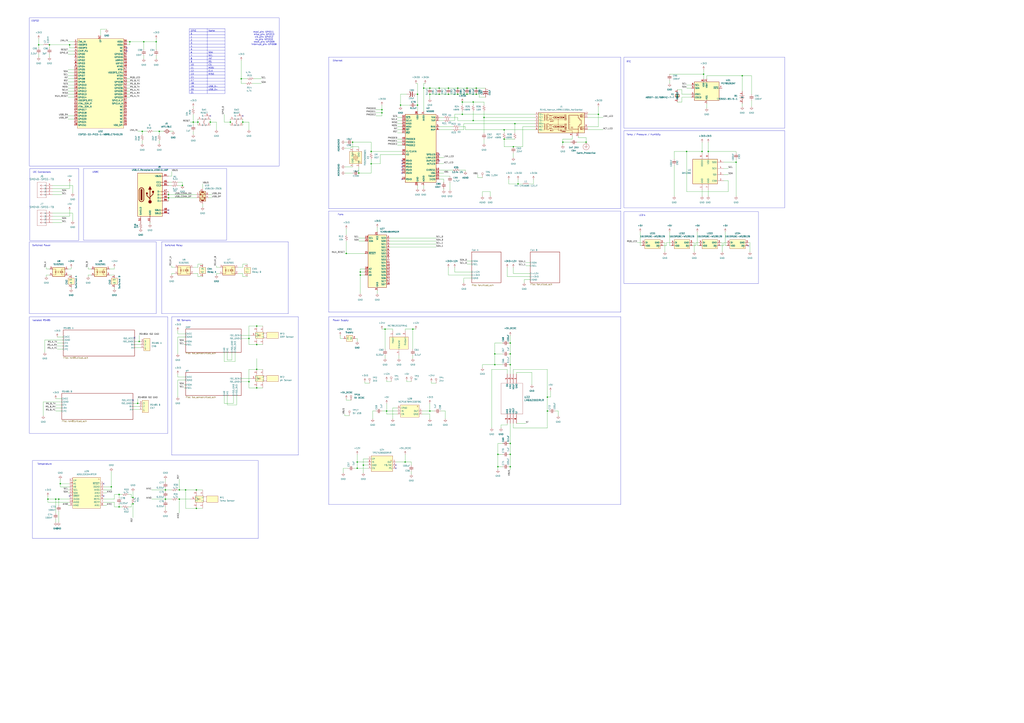
<source format=kicad_sch>
(kicad_sch (version 20250114) (generator "eeschema") (generator_version "9.0")
  (paper "A1")
  (rectangle (start 24.13 198.755) (end 128.27 257.81))
  (rectangle (start 269.875 260.35) (end 509.905 414.655))
  (rectangle (start 269.875 46.99) (end 509.905 171.45))
  (rectangle (start 269.875 173.355) (end 509.905 256.54))
  (rectangle (start 24.384 138.557) (end 64.77 197.612))
  (rectangle (start 24.13 260.35) (end 137.795 356.235))
  (rectangle (start 140.97 260.35) (end 245.11 374.015))
  (rectangle (start 512.445 46.99) (end 644.525 105.41))
  (rectangle (start 132.715 198.755) (end 236.855 257.81))
  (rectangle (start 26.67 378.46) (end 212.09 442.595))
  (rectangle (start 512.445 173.99) (end 622.935 233.045))
  (rectangle (start 68.58 138.43) (end 186.055 197.485))
  (rectangle (start 24.13 14.605) (end 229.235 136.525))
  (rectangle (start 512.445 107.315) (end 644.525 170.815))
  (text "Switched Power" (at 34.036 201.803 0) (effects (font (size 1.27 1.27))))
  (text "Switched Relay" (at 142.621 201.803 0) (effects (font (size 1.27 1.27))))
  (text "ISE Sensors" (at 150.876 263.398 0) (effects (font (size 1.27 1.27))))
  (text "Temperature" (at 36.576 381.508 0) (effects (font (size 1.27 1.27))))
  (text " mosi_pin: GPIO11\n  miso_pin: GPIO13\n  clk_pin: GPIO12\n  cs_pin: GPIO10\n  reset_pin: GPIO09\n  interrupt_pin: GPIO08" (at 215.9 31.496 0) (effects (font (size 1.27 1.27))))
  (text "I2C Connectors" (at 34.29 141.605 0) (effects (font (size 1.27 1.27))))
  (text "LED's" (at 527.431 177.038 0) (effects (font (size 1.27 1.27))))
  (text "USBC" (at 78.486 141.478 0) (effects (font (size 1.27 1.27))))
  (text "Ethernet" (at 277.241 50.038 0) (effects (font (size 1.27 1.27))))
  (text "Power Supply" (at 279.781 263.398 0) (effects (font (size 1.27 1.27))))
  (text "RTC" (at 516.382 50.8 0) (effects (font (size 1.27 1.27))))
  (text "ESP32" (at 28.956 17.272 0) (effects (font (size 1.27 1.27))))
  (text "Temp / Pressure / Humidity" (at 528.574 110.744 0) (effects (font (size 1.27 1.27))))
  (text "Isolated RS485" (at 34.036 263.398 0) (effects (font (size 1.27 1.27))))
  (text "Fans" (at 279.781 176.403 0) (effects (font (size 1.27 1.27))))
  (junction (at 161.29 402.59))
  (junction (at 421.64 120.65))
  (junction (at 313.69 90.17))
  (junction (at 342.9 86.36))
  (junction (at 419.1 299.72))
  (junction (at 419.1 290.83))
  (junction (at 419.1 383.54))
  (junction (at 210.82 303.53))
  (junction (at 294.64 142.24))
  (junction (at 295.91 226.06))
  (junction (at 295.91 223.52))
  (junction (at 39.37 410.21))
  (junction (at 118.11 34.29))
  (junction (at 388.62 99.06))
  (junction (at 161.29 417.83))
  (junction (at 158.75 100.33))
  (junction (at 604.52 133.35))
  (junction (at 40.64 36.83))
  (junction (at 425.45 151.13))
  (junction (at 198.12 64.77))
  (junction (at 491.49 93.98))
  (junction (at 383.54 72.39))
  (junction (at 113.03 331.47))
  (junction (at 408.94 373.38))
  (junction (at 391.16 77.47))
  (junction (at 368.3 77.47))
  (junction (at 317.5 337.82))
  (junction (at 109.22 408.94))
  (junction (at 391.16 72.39))
  (junction (at 397.51 96.52))
  (junction (at 449.58 337.82))
  (junction (at 406.4 290.83))
  (junction (at 368.3 72.39))
  (junction (at 48.26 410.21))
  (junction (at 31.75 36.83))
  (junction (at 328.93 86.36))
  (junction (at 114.3 280.67))
  (junction (at 462.28 116.84))
  (junction (at 106.68 34.29))
  (junction (at 304.8 124.46))
  (junction (at 109.22 414.02))
  (junction (at 162.56 100.33))
  (junction (at 138.43 162.56))
  (junction (at 408.94 383.54))
  (junction (at 135.89 410.21))
  (junction (at 152.4 402.59))
  (junction (at 130.81 107.95))
  (junction (at 91.44 400.05))
  (junction (at 210.82 318.77))
  (junction (at 116.84 107.95))
  (junction (at 57.15 36.83))
  (junction (at 189.23 100.33))
  (junction (at 210.82 283.21))
  (junction (at 210.82 267.97))
  (junction (at 97.79 406.4))
  (junction (at 313.69 92.71))
  (junction (at 419.1 281.94))
  (junction (at 375.92 77.47))
  (junction (at 414.02 106.68))
  (junction (at 172.72 100.33))
  (junction (at 563.88 124.46))
  (junction (at 609.6 62.23))
  (junction (at 339.09 270.51))
  (junction (at 97.79 416.56))
  (junction (at 332.74 379.73))
  (junction (at 353.06 77.47))
  (junction (at 316.23 270.51))
  (junction (at 388.62 83.82))
  (junction (at 147.32 410.21))
  (junction (at 149.86 152.4))
  (junction (at 360.68 72.39))
  (junction (at 449.58 326.39))
  (junction (at 422.91 101.6))
  (junction (at 128.27 34.29))
  (junction (at 298.45 382.27))
  (junction (at 147.32 402.59))
  (junction (at 419.1 373.38))
  (junction (at 45.72 410.21))
  (junction (at 383.54 77.47))
  (junction (at 199.39 100.33))
  (junction (at 304.8 134.62))
  (junction (at 138.43 160.02))
  (junction (at 379.73 83.82))
  (junction (at 414.02 114.3))
  (junction (at 353.06 337.82))
  (junction (at 289.56 116.84))
  (junction (at 293.37 379.73))
  (junction (at 577.85 60.96))
  (junction (at 375.92 72.39))
  (junction (at 360.68 77.47))
  (junction (at 406.4 299.72))
  (junction (at 481.33 116.84))
  (junction (at 204.47 313.69))
  (junction (at 576.58 124.46))
  (junction (at 379.73 93.98))
  (junction (at 347.98 72.39))
  (junction (at 135.89 402.59))
  (junction (at 581.66 124.46))
  (junction (at 342.9 77.47))
  (junction (at 293.37 384.81))
  (junction (at 419.1 364.49))
  (junction (at 353.06 72.39))
  (junction (at 284.48 208.28))
  (junction (at 204.47 278.13))
  (junction (at 49.53 397.51))
  (no_connect (at 360.68 127))
  (no_connect (at 330.2 132.08))
  (no_connect (at 330.2 142.24))
  (no_connect (at 325.12 384.81))
  (no_connect (at 104.14 39.37))
  (no_connect (at 138.43 175.26))
  (no_connect (at 330.2 134.62))
  (no_connect (at 330.2 147.32))
  (no_connect (at 330.2 137.16))
  (no_connect (at 325.12 382.27))
  (no_connect (at 57.15 407.67))
  (no_connect (at 360.68 132.08))
  (no_connect (at 614.68 201.93))
  (no_connect (at 172.72 95.25))
  (no_connect (at 138.43 172.72))
  (no_connect (at 109.22 328.93))
  (no_connect (at 85.09 397.51))
  (no_connect (at 85.09 407.67))
  (no_connect (at 199.39 95.25))
  (no_connect (at 104.14 41.91))
  (no_connect (at 110.49 277.495))
  (no_connect (at 330.2 139.7))
  (wire (pts (xy 382.27 140.97) (xy 382.27 139.7)))
  (wire (pts (xy 85.09 415.29) (xy 87.63 415.29)))
  (wire (pts (xy 135.89 402.59) (xy 140.97 402.59)))
  (wire (pts (xy 135.89 410.21) (xy 135.89 408.94)))
  (wire (pts (xy 294.64 195.58) (xy 299.72 195.58)))
  (wire (pts (xy 360.68 144.78) (xy 369.57 144.78)))
  (wire (pts (xy 110.49 280.67) (xy 114.3 280.67)))
  (wire (pts (xy 417.83 383.54) (xy 419.1 383.54)))
  (wire (pts (xy 138.43 162.56) (xy 161.29 162.56)))
  (wire (pts (xy 279.4 278.13) (xy 281.94 278.13)))
  (wire (pts (xy 146.05 326.39) (xy 146.05 312.42)))
  (wire (pts (xy 172.72 100.33) (xy 172.72 102.87)))
  (wire (pts (xy 146.05 271.78) (xy 146.05 274.32)))
  (wire (pts (xy 313.69 86.36) (xy 313.69 90.17)))
  (wire (pts (xy 547.37 199.39) (xy 551.18 199.39)))
  (wire (pts (xy 309.88 186.69) (xy 309.88 190.5)))
  (wire (pts (xy 581.66 124.46) (xy 581.66 125.73)))
  (wire (pts (xy 337.82 379.73) (xy 332.74 379.73)))
  (wire (pts (xy 295.91 223.52) (xy 299.72 223.52)))
  (wire (pts (xy 604.52 124.46) (xy 581.66 124.46)))
  (wire (pts (xy 288.29 121.92) (xy 288.29 120.65)))
  (wire (pts (xy 40.64 36.83) (xy 57.15 36.83)))
  (wire (pts (xy 525.78 190.5) (xy 525.78 201.93)))
  (wire (pts (xy 35.56 341.63) (xy 35.56 330.2)))
  (wire (pts (xy 146.05 309.88) (xy 152.4 309.88)))
  (wire (pts (xy 302.26 377.19) (xy 298.45 377.19)))
  (wire (pts (xy 353.06 331.47) (xy 353.06 337.82)))
  (wire (pts (xy 49.53 400.05) (xy 57.15 400.05)))
  (wire (pts (xy 328.93 77.47) (xy 334.01 77.47)))
  (wire (pts (xy 289.56 137.16) (xy 283.21 137.16)))
  (wire (pts (xy 158.75 100.33) (xy 162.56 100.33)))
  (wire (pts (xy 193.04 297.18) (xy 184.15 297.18)))
  (wire (pts (xy 292.1 278.13) (xy 293.37 278.13)))
  (wire (pts (xy 146.05 290.83) (xy 146.05 276.86)))
  (wire (pts (xy 184.15 325.12) (xy 184.15 331.47)))
  (wire (pts (xy 581.66 116.84) (xy 581.66 124.46)))
  (wire (pts (xy 416.56 219.71) (xy 416.56 227.33)))
  (wire (pts (xy 43.18 177.8) (xy 57.15 177.8)))
  (wire (pts (xy 553.72 135.89) (xy 553.72 161.29)))
  (wire (pts (xy 152.4 402.59) (xy 152.4 417.83)))
  (wire (pts (xy 408.94 373.38) (xy 408.94 364.49)))
  (wire (pts (xy 55.88 97.79) (xy 60.96 97.79)))
  (wire (pts (xy 93.98 406.4) (xy 97.79 406.4)))
  (wire (pts (xy 424.18 306.07) (xy 436.88 306.07)))
  (wire (pts (xy 204.47 278.13) (xy 198.12 278.13)))
  (wire (pts (xy 397.51 96.52) (xy 397.51 109.22)))
  (wire (pts (xy 422.91 101.6) (xy 422.91 109.22)))
  (wire (pts (xy 417.83 281.94) (xy 419.1 281.94)))
  (wire (pts (xy 203.2 217.17) (xy 199.39 217.17)))
  (wire (pts (xy 334.01 312.42) (xy 334.01 313.69)))
  (wire (pts (xy 349.25 68.58) (xy 347.98 68.58)))
  (wire (pts (xy 419.1 373.38) (xy 419.1 383.54)))
  (wire (pts (xy 406.4 299.72) (xy 396.24 299.72)))
  (wire (pts (xy 128.27 45.72) (xy 128.27 48.26)))
  (wire (pts (xy 594.36 143.51) (xy 598.17 143.51)))
  (wire (pts (xy 90.17 226.06) (xy 93.98 226.06)))
  (wire (pts (xy 406.4 281.94) (xy 406.4 290.83)))
  (wire (pts (xy 320.04 195.58) (xy 358.14 195.58)))
  (wire (pts (xy 417.83 151.13) (xy 425.45 151.13)))
  (wire (pts (xy 379.73 91.44) (xy 379.73 93.98)))
  (wire (pts (xy 316.23 292.1) (xy 316.23 294.64)))
  (wire (pts (xy 146.05 274.32) (xy 152.4 274.32)))
  (wire (pts (xy 152.4 402.59) (xy 161.29 402.59)))
  (wire (pts (xy 312.42 127) (xy 312.42 134.62)))
  (wire (pts (xy 360.68 129.54) (xy 364.49 129.54)))
  (wire (pts (xy 158.75 93.98) (xy 158.75 100.33)))
  (wire (pts (xy 339.09 270.51) (xy 339.09 287.02)))
  (wire (pts (xy 43.18 182.88) (xy 50.8 182.88)))
  (wire (pts (xy 31.75 36.83) (xy 31.75 39.37)))
  (wire (pts (xy 396.24 299.72) (xy 396.24 302.26)))
  (wire (pts (xy 204.47 283.21) (xy 204.47 278.13)))
  (wire (pts (xy 46.99 287.02) (xy 52.07 287.02)))
  (wire (pts (xy 313.69 270.51) (xy 316.23 270.51)))
  (wire (pts (xy 171.45 160.02) (xy 173.99 160.02)))
  (wire (pts (xy 57.15 405.13) (xy 55.88 405.13)))
  (wire (pts (xy 341.63 77.47) (xy 342.9 77.47)))
  (wire (pts (xy 304.8 116.84) (xy 304.8 124.46)))
  (wire (pts (xy 55.88 220.98) (xy 58.42 220.98)))
  (wire (pts (xy 90.17 220.98) (xy 93.98 220.98)))
  (wire (pts (xy 138.43 157.48) (xy 138.43 160.02)))
  (wire (pts (xy 109.22 414.02) (xy 109.22 425.45)))
  (wire (pts (xy 421.64 125.73) (xy 421.64 129.54)))
  (wire (pts (xy 46.99 276.86) (xy 52.07 276.86)))
  (wire (pts (xy 419.1 299.72) (xy 419.1 307.34)))
  (wire (pts (xy 353.06 344.17) (xy 353.06 340.36)))
  (wire (pts (xy 85.09 405.13) (xy 87.63 405.13)))
  (wire (pts (xy 421.64 224.79) (xy 435.61 224.79)))
  (wire (pts (xy 425.45 151.13) (xy 429.26 151.13)))
  (wire (pts (xy 198.12 275.59) (xy 205.74 275.59)))
  (wire (pts (xy 360.68 106.68) (xy 372.11 106.68)))
  (wire (pts (xy 60.96 39.37) (xy 57.15 39.37)))
  (wire (pts (xy 113.03 331.47) (xy 114.3 331.47)))
  (wire (pts (xy 491.49 104.14) (xy 482.6 104.14)))
  (wire (pts (xy 48.26 420.37) (xy 48.26 429.26)))
  (wire (pts (xy 105.41 416.56) (xy 107.95 416.56)))
  (wire (pts (xy 379.73 83.82) (xy 388.62 83.82)))
  (wire (pts (xy 204.47 267.97) (xy 204.47 278.13)))
  (wire (pts (xy 416.56 349.25) (xy 411.48 349.25)))
  (wire (pts (xy 491.49 104.14) (xy 491.49 93.98)))
  (wire (pts (xy 50.8 337.82) (xy 45.72 337.82)))
  (wire (pts (xy 375.92 96.52) (xy 375.92 99.06)))
  (wire (pts (xy 381 232.41) (xy 381 228.6)))
  (wire (pts (xy 36.83 289.56) (xy 36.83 279.4)))
  (wire (pts (xy 203.2 227.33) (xy 199.39 227.33)))
  (wire (pts (xy 158.75 107.95) (xy 158.75 110.49)))
  (wire (pts (xy 284.48 328.93) (xy 288.29 328.93)))
  (wire (pts (xy 110.49 283.21) (xy 115.57 283.21)))
  (wire (pts (xy 210.82 283.21) (xy 204.47 283.21)))
  (wire (pts (xy 139.7 107.95) (xy 142.24 107.95)))
  (wire (pts (xy 458.47 341.63) (xy 458.47 337.82)))
  (wire (pts (xy 421.64 219.71) (xy 421.64 224.79)))
  (wire (pts (xy 104.14 34.29) (xy 106.68 34.29)))
  (wire (pts (xy 210.82 303.53) (xy 210.82 294.64)))
  (wire (pts (xy 449.58 303.53) (xy 449.58 326.39)))
  (wire (pts (xy 55.88 64.77) (xy 60.96 64.77)))
  (wire (pts (xy 109.22 331.47) (xy 113.03 331.47)))
  (wire (pts (xy 198.12 49.53) (xy 198.12 64.77)))
  (wire (pts (xy 326.39 109.22) (xy 330.2 109.22)))
  (wire (pts (xy 430.53 232.41) (xy 430.53 229.87)))
  (wire (pts (xy 128.27 31.75) (xy 128.27 34.29)))
  (wire (pts (xy 57.15 402.59) (xy 55.88 402.59)))
  (wire (pts (xy 210.82 303.53) (xy 215.9 303.53)))
  (wire (pts (xy 337.82 387.35) (xy 337.82 389.89)))
  (wire (pts (xy 334.01 313.69) (xy 337.82 313.69)))
  (wire (pts (xy 375.92 77.47) (xy 383.54 77.47)))
  (wire (pts (xy 93.98 220.98) (xy 93.98 219.71)))
  (wire (pts (xy 293.37 384.81) (xy 290.83 384.81)))
  (wire (pts (xy 151.13 316.23) (xy 152.4 316.23)))
  (wire (pts (xy 109.22 334.01) (xy 114.3 334.01)))
  (wire (pts (xy 140.97 224.79) (xy 140.97 226.06)))
  (wire (pts (xy 104.14 77.47) (xy 106.68 77.47)))
  (wire (pts (xy 326.39 116.84) (xy 330.2 116.84)))
  (wire (pts (xy 48.26 410.21) (xy 48.26 415.29)))
  (wire (pts (xy 360.68 72.39) (xy 368.3 72.39)))
  (wire (pts (xy 576.58 116.84) (xy 576.58 124.46)))
  (wire (pts (xy 299.72 313.69) (xy 299.72 314.96)))
  (wire (pts (xy 146.05 402.59) (xy 147.32 402.59)))
  (wire (pts (xy 604.52 125.73) (xy 604.52 124.46)))
  (wire (pts (xy 298.45 377.19) (xy 298.45 382.27)))
  (wire (pts (xy 204.47 313.69) (xy 198.12 313.69)))
  (wire (pts (xy 58.42 220.98) (xy 58.42 219.71)))
  (wire (pts (xy 116.84 115.57) (xy 116.84 118.11)))
  (wire (pts (xy 85.09 402.59) (xy 91.44 402.59)))
  (wire (pts (xy 421.64 120.65) (xy 414.02 120.65)))
  (wire (pts (xy 91.44 402.59) (xy 91.44 400.05)))
  (wire (pts (xy 304.8 134.62) (xy 304.8 130.81)))
  (wire (pts (xy 393.7 77.47) (xy 391.16 77.47)))
  (wire (pts (xy 560.07 77.47) (xy 567.69 77.47)))
  (wire (pts (xy 195.58 219.71) (xy 199.39 219.71)))
  (wire (pts (xy 283.21 208.28) (xy 284.48 208.28)))
  (wire (pts (xy 204.47 100.33) (xy 199.39 100.33)))
  (wire (pts (xy 210.82 318.77) (xy 215.9 318.77)))
  (wire (pts (xy 208.28 64.77) (xy 214.63 64.77)))
  (wire (pts (xy 523.24 199.39) (xy 527.05 199.39)))
  (wire (pts (xy 161.29 402.59) (xy 166.37 402.59)))
  (wire (pts (xy 309.88 238.76) (xy 309.88 241.3)))
  (wire (pts (xy 166.37 151.13) (xy 166.37 154.94)))
  (wire (pts (xy 186.69 289.56) (xy 186.69 295.91)))
  (wire (pts (xy 416.56 303.53) (xy 416.56 307.34)))
  (wire (pts (xy 594.36 148.59) (xy 598.17 148.59)))
  (wire (pts (xy 143.51 224.79) (xy 140.97 224.79)))
  (wire (pts (xy 458.47 337.82) (xy 455.93 337.82)))
  (wire (pts (xy 199.39 217.17) (xy 199.39 219.71)))
  (wire (pts (xy 138.43 149.86) (xy 140.97 149.86)))
  (wire (pts (xy 360.68 134.62) (xy 364.49 134.62)))
  (wire (pts (xy 322.58 335.28) (xy 326.39 335.28)))
  (wire (pts (xy 421.64 303.53) (xy 449.58 303.53)))
  (wire (pts (xy 156.21 100.33) (xy 158.75 100.33)))
  (wire (pts (xy 85.09 412.75) (xy 93.98 412.75)))
  (wire (pts (xy 312.42 134.62) (xy 304.8 134.62)))
  (wire (pts (xy 210.82 303.53) (xy 204.47 303.53)))
  (wire (pts (xy 293.37 379.73) (xy 302.26 379.73)))
  (wire (pts (xy 48.26 410.21) (xy 45.72 410.21)))
  (wire (pts (xy 617.22 62.23) (xy 609.6 62.23)))
  (wire (pts (xy 392.43 146.05) (xy 396.24 146.05)))
  (wire (pts (xy 198.12 311.15) (xy 205.74 311.15)))
  (wire (pts (xy 158.75 224.79) (xy 162.56 224.79)))
  (wire (pts (xy 421.64 351.79) (xy 449.58 351.79)))
  (wire (pts (xy 473.71 116.84) (xy 481.33 116.84)))
  (wire (pts (xy 419.1 275.59) (xy 419.1 281.94)))
  (wire (pts (xy 598.17 157.48) (xy 563.88 157.48)))
  (wire (pts (xy 298.45 388.62) (xy 298.45 382.27)))
  (wire (pts (xy 391.16 72.39) (xy 398.78 72.39)))
  (wire (pts (xy 118.11 34.29) (xy 128.27 34.29)))
  (wire (pts (xy 546.1 199.39) (xy 544.83 199.39)))
  (wire (pts (xy 104.14 74.93) (xy 106.68 74.93)))
  (wire (pts (xy 382.27 104.14) (xy 382.27 106.68)))
  (wire (pts (xy 288.29 121.92) (xy 283.21 121.92)))
  (wire (pts (xy 55.88 77.47) (xy 60.96 77.47)))
  (wire (pts (xy 43.18 180.34) (xy 50.8 180.34)))
  (wire (pts (xy 57.15 412.75) (xy 39.37 412.75)))
  (wire (pts (xy 279.4 275.59) (xy 279.4 278.13)))
  (wire (pts (xy 414.02 106.68) (xy 439.42 106.68)))
  (wire (pts (xy 381 106.68) (xy 381 101.6)))
  (wire (pts (xy 58.42 236.22) (xy 58.42 237.49)))
  (wire (pts (xy 481.33 113.03) (xy 481.33 116.84)))
  (wire (pts (xy 368.3 226.06) (xy 387.35 226.06)))
  (wire (pts (xy 369.57 96.52) (xy 375.92 96.52)))
  (wire (pts (xy 408.94 373.38) (xy 412.75 373.38)))
  (wire (pts (xy 158.75 219.71) (xy 162.56 219.71)))
  (wire (pts (xy 416.56 227.33) (xy 435.61 227.33)))
  (wire (pts (xy 474.98 113.03) (xy 474.98 111.76)))
  (wire (pts (xy 177.8 218.44) (xy 177.8 219.71)))
  (wire (pts (xy 408.94 364.49) (xy 412.75 364.49)))
  (wire (pts (xy 360.68 96.52) (xy 364.49 96.52)))
  (wire (pts (xy 93.98 410.21) (xy 93.98 406.4)))
  (wire (pts (xy 337.82 382.27) (xy 337.82 379.73)))
  (wire (pts (xy 379.73 83.82) (xy 379.73 86.36)))
  (wire (pts (xy 55.88 44.45) (xy 60.96 44.45)))
  (wire (pts (xy 436.88 306.07) (xy 436.88 316.23)))
  (wire (pts (xy 55.88 80.01) (xy 60.96 80.01)))
  (wire (pts (xy 306.07 337.82) (xy 308.61 337.82)))
  (wire (pts (xy 135.89 393.7) (xy 135.89 396.24)))
  (wire (pts (xy 365.76 344.17) (xy 365.76 337.82)))
  (wire (pts (xy 572.77 201.93) (xy 574.04 201.93)))
  (wire (pts (xy 151.13 280.67) (xy 152.4 280.67)))
  (wire (pts (xy 49.53 397.51) (xy 49.53 400.05)))
  (wire (pts (xy 210.82 267.97) (xy 215.9 267.97)))
  (wire (pts (xy 424.18 347.98) (xy 431.8 347.98)))
  (wire (pts (xy 339.09 292.1) (xy 339.09 294.64)))
  (wire (pts (xy 138.43 160.02) (xy 161.29 160.02)))
  (wire (pts (xy 55.88 226.06) (xy 58.42 226.06)))
  (wire (pts (xy 491.49 87.63) (xy 491.49 93.98)))
  (wire (pts (xy 339.09 270.51) (xy 332.74 270.51)))
  (wire (pts (xy 93.98 236.22) (xy 93.98 237.49)))
  (wire (pts (xy 381 101.6) (xy 422.91 101.6)))
  (wire (pts (xy 326.39 340.36) (xy 317.5 340.36)))
  (wire (pts (xy 332.74 379.73) (xy 325.12 379.73)))
  (wire (pts (xy 421.64 307.34) (xy 421.64 303.53)))
  (wire (pts (xy 462.28 116.84) (xy 468.63 116.84)))
  (wire (pts (xy 462.28 114.3) (xy 462.28 116.84)))
  (wire (pts (xy 140.97 410.21) (xy 135.89 410.21)))
  (wire (pts (xy 381 228.6) (xy 387.35 228.6)))
  (wire (pts (xy 317.5 313.69) (xy 321.31 313.69)))
  (wire (pts (xy 124.46 402.59) (xy 135.89 402.59)))
  (wire (pts (xy 353.06 81.28) (xy 353.06 77.47)))
  (wire (pts (xy 347.98 68.58) (xy 347.98 72.39)))
  (wire (pts (xy 316.23 270.51) (xy 316.23 287.02)))
  (wire (pts (xy 72.39 219.71) (xy 72.39 220.98)))
  (wire (pts (xy 429.26 120.65) (xy 421.64 120.65)))
  (wire (pts (xy 373.38 223.52) (xy 387.35 223.52)))
  (wire (pts (xy 118.11 45.72) (xy 118.11 48.26)))
  (wire (pts (xy 105.41 406.4) (xy 107.95 406.4)))
  (wire (pts (xy 199.39 227.33) (xy 199.39 224.79)))
  (wire (pts (xy 617.22 77.47) (xy 617.22 62.23)))
  (wire (pts (xy 184.15 93.98) (xy 184.15 100.33)))
  (wire (pts (xy 40.64 44.45) (xy 40.64 46.99)))
  (wire (pts (xy 419.1 347.98) (xy 419.1 364.49)))
  (wire (pts (xy 417.83 147.32) (xy 417.83 151.13)))
  (wire (pts (xy 106.68 34.29) (xy 118.11 34.29)))
  (wire (pts (xy 430.53 229.87) (xy 435.61 229.87)))
  (wire (pts (xy 419.1 364.49) (xy 419.1 373.38)))
  (wire (pts (xy 146.05 149.86) (xy 149.86 149.86)))
  (wire (pts (xy 568.96 201.93) (xy 571.5 201.93)))
  (wire (pts (xy 162.56 227.33) (xy 162.56 224.79)))
  (wire (pts (xy 106.68 36.83) (xy 106.68 34.29)))
  (wire (pts (xy 284.48 198.12) (xy 284.48 208.28)))
  (wire (pts (xy 93.98 416.56) (xy 97.79 416.56)))
  (wire (pts (xy 147.32 393.7) (xy 147.32 402.59)))
  (wire (pts (xy 425.45 147.32) (xy 425.45 151.13)))
  (wire (pts (xy 140.97 218.44) (xy 140.97 219.71)))
  (wire (pts (xy 43.18 154.94) (xy 57.15 154.94)))
  (wire (pts (xy 45.72 426.72) (xy 45.72 429.26)))
  (wire (pts (xy 113.03 327.66) (xy 113.03 331.47)))
  (wire (pts (xy 469.9 114.3) (xy 469.9 111.76)))
  (wire (pts (xy 576.58 124.46) (xy 576.58 125.73)))
  (wire (pts (xy 31.75 44.45) (xy 31.75 46.99)))
  (wire (pts (xy 412.75 290.83) (xy 406.4 290.83)))
  (wire (pts (xy 326.39 119.38) (xy 330.2 119.38)))
  (wire (pts (xy 210.82 267.97) (xy 204.47 267.97)))
  (wire (pts (xy 104.14 69.85) (xy 106.68 69.85)))
  (wire (pts (xy 180.34 224.79) (xy 177.8 224.79)))
  (wire (pts (xy 186.69 325.12) (xy 186.69 332.74)))
  (wire (pts (xy 45.72 327.66) (xy 50.8 327.66)))
  (wire (pts (xy 189.23 97.79) (xy 189.23 100.33)))
  (wire (pts (xy 439.42 96.52) (xy 397.51 96.52)))
  (wire (pts (xy 210.82 318.77) (xy 204.47 318.77)))
  (wire (pts (xy 210.82 283.21) (xy 215.9 283.21)))
  (wire (pts (xy 598.17 148.59) (xy 598.17 157.48)))
  (wire (pts (xy 38.1 227.33) (xy 38.1 226.06)))
  (wire (pts (xy 341.63 68.58) (xy 342.9 68.58)))
  (wire (pts (xy 186.69 332.74) (xy 194.31 332.74)))
  (wire (pts (xy 388.62 99.06) (xy 439.42 99.06)))
  (wire (pts (xy 114.3 280.67) (xy 115.57 280.67)))
  (wire (pts (xy 604.52 133.35) (xy 604.52 161.29)))
  (wire (pts (xy 379.73 93.98) (xy 439.42 93.98)))
  (wire (pts (xy 140.97 140.97) (xy 140.97 144.78)))
  (wire (pts (xy 104.14 72.39) (xy 106.68 72.39)))
  (wire (pts (xy 556.26 83.82) (xy 560.07 83.82)))
  (wire (pts (xy 91.44 400.05) (xy 85.09 400.05)))
  (wire (pts (xy 373.38 99.06) (xy 373.38 93.98)))
  (wire (pts (xy 414.02 114.3) (xy 422.91 114.3)))
  (wire (pts (xy 109.22 403.86) (xy 109.22 408.94)))
  (wire (pts (xy 317.5 337.82) (xy 313.69 337.82)))
  (wire (pts (xy 360.68 77.47) (xy 368.3 77.47)))
  (wire (pts (xy 55.88 415.29) (xy 57.15 415.29)))
  (wire (pts (xy 107.95 406.4) (xy 107.95 408.94)))
  (wire (pts (xy 43.18 160.02) (xy 50.8 160.02)))
  (wire (pts (xy 124.46 410.21) (xy 135.89 410.21)))
  (wire (pts (xy 571.5 201.93) (xy 571.5 199.39)))
  (wire (pts (xy 298.45 382.27) (xy 302.26 382.27)))
  (wire (pts (xy 392.43 143.51) (xy 392.43 146.05)))
  (wire (pts (xy 114.3 275.59) (xy 114.3 280.67)))
  (wire (pts (xy 546.1 207.01) (xy 546.1 199.39)))
  (wire (pts (xy 57.15 149.86) (xy 57.15 154.94)))
  (wire (pts (xy 412.75 281.94) (xy 406.4 281.94)))
  (wire (pts (xy 193.04 289.56) (xy 193.04 297.18)))
  (wire (pts (xy 289.56 142.24) (xy 283.21 142.24)))
  (wire (pts (xy 302.26 384.81) (xy 293.37 384.81)))
  (wire (pts (xy 317.5 312.42) (xy 317.5 313.69)))
  (wire (pts (xy 417.83 290.83) (xy 419.1 290.83)))
  (wire (pts (xy 593.09 199.39) (xy 591.82 199.39)))
  (wire (pts (xy 326.39 96.52) (xy 330.2 96.52)))
  (wire (pts (xy 204.47 303.53) (xy 204.47 313.69)))
  (wire (pts (xy 284.48 208.28) (xy 299.72 208.28)))
  (wire (pts (xy 580.39 62.23) (xy 580.39 64.77)))
  (wire (pts (xy 55.88 74.93) (xy 60.96 74.93)))
  (wire (pts (xy 135.89 410.21) (xy 135.89 411.48)))
  (wire (pts (xy 74.93 226.06) (xy 72.39 226.06)))
  (wire (pts (xy 184.15 100.33) (xy 189.23 100.33)))
  (wire (pts (xy 146.05 307.34) (xy 146.05 309.88)))
  (wire (pts (xy 342.9 86.36) (xy 342.9 91.44)))
  (wire (pts (xy 130.81 115.57) (xy 130.81 118.11)))
  (wire (pts (xy 293.37 384.81) (xy 293.37 379.73)))
  (wire (pts (xy 146.05 410.21) (xy 147.32 410.21)))
  (wire (pts (xy 118.11 34.29) (xy 118.11 40.64)))
  (wire (pts (xy 284.48 187.96) (xy 284.48 193.04)))
  (wire (pts (xy 284.48 327.66) (xy 284.48 328.93)))
  (wire (pts (xy 326.39 114.3) (xy 330.2 114.3)))
  (wire (pts (xy 140.97 219.71) (xy 143.51 219.71)))
  (wire (pts (xy 198.12 64.77) (xy 198.12 68.58)))
  (wire (pts (xy 419.1 290.83) (xy 419.1 299.72)))
  (wire (pts (xy 123.19 182.88) (xy 123.19 184.15)))
  (wire (pts (xy 332.74 270.51) (xy 332.74 271.78)))
  (wire (pts (xy 50.8 332.74) (xy 45.72 332.74)))
  (wire (pts (xy 294.64 120.65) (xy 294.64 121.92)))
  (wire (pts (xy 581.66 156.21) (xy 581.66 161.29)))
  (wire (pts (xy 312.42 127) (xy 330.2 127)))
  (wire (pts (xy 382.27 106.68) (xy 414.02 106.68)))
  (wire (pts (xy 93.98 412.75) (xy 93.98 416.56)))
  (wire (pts (xy 604.52 130.81) (xy 604.52 133.35)))
  (wire (pts (xy 295.91 220.98) (xy 299.72 220.98)))
  (wire (pts (xy 375.92 72.39) (xy 383.54 72.39)))
  (wire (pts (xy 332.74 373.38) (xy 332.74 379.73)))
  (wire (pts (xy 560.07 80.01) (xy 567.69 80.01)))
  (wire (pts (xy 171.45 162.56) (xy 173.99 162.56)))
  (wire (pts (xy 594.36 133.35) (xy 604.52 133.35)))
  (wire (pts (xy 40.64 220.98) (xy 38.1 220.98)))
  (wire (pts (xy 146.05 276.86) (xy 152.4 276.86)))
  (wire (pts (xy 59.69 181.61) (xy 59.69 175.26)))
  (wire (pts (xy 91.44 387.35) (xy 91.44 400.05)))
  (wire (pts (xy 304.8 116.84) (xy 289.56 116.84)))
  (wire (pts (xy 146.05 312.42) (xy 152.4 312.42)))
  (wire (pts (xy 594.36 201.93) (xy 594.36 199.39)))
  (wire (pts (xy 412.75 299.72) (xy 406.4 299.72)))
  (wire (pts (xy 408.94 383.54) (xy 412.75 383.54)))
  (wire (pts (xy 397.51 114.3) (xy 397.51 118.11)))
  (wire (pts (xy 177.8 224.79) (xy 177.8 226.06)))
  (wire (pts (xy 439.42 104.14) (xy 429.26 104.14)))
  (wire (pts (xy 57.15 172.72) (xy 57.15 177.8)))
  (wire (pts (xy 347.98 152.4) (xy 347.98 154.94)))
  (wire (pts (xy 107.95 414.02) (xy 109.22 414.02)))
  (wire (pts (xy 320.04 200.66) (xy 358.14 200.66)))
  (wire (pts (xy 434.34 151.13) (xy 438.15 151.13)))
  (wire (pts (xy 328.93 86.36) (xy 336.55 86.36)))
  (wire (pts (xy 85.09 410.21) (xy 93.98 410.21)))
  (wire (pts (xy 417.83 373.38) (xy 419.1 373.38)))
  (wire (pts (xy 55.88 34.29) (xy 60.96 34.29)))
  (wire (pts (xy 40.64 36.83) (xy 40.64 39.37)))
  (wire (pts (xy 308.61 95.25) (xy 313.69 95.25)))
  (wire (pts (xy 373.38 93.98) (xy 379.73 93.98)))
  (wire (pts (xy 364.49 154.94) (xy 364.49 156.21)))
  (wire (pts (xy 341.63 86.36) (xy 342.9 86.36)))
  (wire (pts (xy 408.94 386.08) (xy 408.94 383.54)))
  (wire (pts (xy 482.6 93.98) (xy 491.49 93.98)))
  (wire (pts (xy 347.98 72.39) (xy 353.06 72.39)))
  (wire (pts (xy 422.91 101.6) (xy 439.42 101.6)))
  (wire (pts (xy 353.06 72.39) (xy 360.68 72.39)))
  (wire (pts (xy 151.13 283.21) (xy 152.4 283.21)))
  (wire (pts (xy 55.88 62.23) (xy 60.96 62.23)))
  (wire (pts (xy 177.8 106.68) (xy 177.8 100.33)))
  (wire (pts (xy 204.47 318.77) (xy 204.47 313.69)))
  (wire (pts (xy 55.88 59.69) (xy 60.96 59.69)))
  (wire (pts (xy 421.64 347.98) (xy 421.64 351.79)))
  (wire (pts (xy 97.79 406.4) (xy 100.33 406.4)))
  (wire (pts (xy 199.39 97.79) (xy 199.39 100.33)))
  (wire (pts (xy 45.72 410.21) (xy 39.37 410.21)))
  (wire (pts (xy 577.85 60.96) (xy 577.85 64.77)))
  (wire (pts (xy 57.15 410.21) (xy 48.26 410.21)))
  (wire (pts (xy 313.69 95.25) (xy 313.69 92.71)))
  (wire (pts (xy 317.5 337.82) (xy 326.39 337.82)))
  (wire (pts (xy 609.6 62.23) (xy 609.6 74.93)))
  (wire (pts (xy 328.93 86.36) (xy 328.93 77.47)))
  (wire (pts (xy 116.84 107.95) (xy 120.65 107.95)))
  (wire (pts (xy 563.88 69.85) (xy 567.69 69.85)))
  (wire (pts (xy 293.37 373.38) (xy 293.37 379.73)))
  (wire (pts (xy 72.39 226.06) (xy 72.39 227.33)))
  (wire (pts (xy 365.76 337.82) (xy 361.95 337.82)))
  (wire (pts (xy 322.58 344.17) (xy 322.58 335.28)))
  (wire (pts (xy 59.69 175.26) (xy 43.18 175.26)))
  (wire (pts (xy 161.29 417.83) (xy 152.4 417.83)))
  (wire (pts (xy 356.87 337.82) (xy 353.06 337.82)))
  (wire (pts (xy 43.18 157.48) (xy 50.8 157.48)))
  (wire (pts (xy 59.69 152.4) (xy 43.18 152.4)))
  (wire (pts (xy 429.26 104.14) (xy 429.26 120.65)))
  (wire (pts (xy 304.8 124.46) (xy 304.8 125.73)))
  (wire (pts (xy 55.88 67.31) (xy 60.96 67.31)))
  (wire (pts (xy 360.68 139.7) (xy 372.11 139.7)))
  (wire (pts (xy 199.39 100.33) (xy 199.39 102.87)))
  (wire (pts (xy 549.91 66.04) (xy 549.91 68.58)))
  (wire (pts (xy 72.39 220.98) (xy 74.93 220.98)))
  (wire (pts (xy 419.1 383.54) (xy 419.1 386.08)))
  (wire (pts (xy 449.58 337.82) (xy 449.58 351.79)))
  (wire (pts (xy 60.96 36.83) (xy 57.15 36.83)))
  (wire (pts (xy 317.5 331.47) (xy 317.5 337.82)))
  (wire (pts (xy 295.91 226.06) (xy 299.72 226.06)))
  (wire (pts (xy 316.23 270.51) (xy 322.58 270.51)))
  (wire (pts (xy 383.54 214.63) (xy 387.35 214.63)))
  (wire (pts (xy 431.8 218.44) (xy 435.61 218.44)))
  (wire (pts (xy 327.66 292.1) (xy 327.66 294.64)))
  (wire (pts (xy 424.18 307.34) (xy 424.18 306.07)))
  (wire (pts (xy 408.94 383.54) (xy 408.94 373.38)))
  (wire (pts (xy 109.22 336.55) (xy 114.3 336.55)))
  (wire (pts (xy 97.79 406.4) (xy 97.79 408.94)))
  (wire (pts (xy 151.13 318.77) (xy 152.4 318.77)))
  (wire (pts (xy 591.82 201.93) (xy 594.36 201.93)))
  (wire (pts (xy 382.27 139.7) (xy 377.19 139.7)))
  (wire (pts (xy 360.68 142.24) (xy 364.49 142.24)))
  (wire (pts (xy 563.88 72.39) (xy 567.69 72.39)))
  (wire (pts (xy 313.69 90.17) (xy 308.61 90.17)))
  (wire (pts (xy 31.75 36.83) (xy 35.56 36.83)))
  (wire (pts (xy 128.27 34.29) (xy 128.27 40.64)))
  (wire (pts (xy 328.93 87.63) (xy 328.93 86.36)))
  (wire (pts (xy 55.88 95.25) (xy 60.96 95.25)))
  (wire (pts (xy 97.79 416.56) (xy 100.33 416.56)))
  (wire (pts (xy 147.32 410.21) (xy 156.21 410.21)))
  (wire (pts (xy 414.02 120.65) (xy 414.02 114.3)))
  (wire (pts (xy 549.91 190.5) (xy 549.91 201.93)))
  (wire (pts (xy 593.09 207.01) (xy 593.09 199.39)))
  (wire (pts (xy 326.39 99.06) (xy 330.2 99.06)))
  (wire (pts (xy 364.49 149.86) (xy 364.49 147.32)))
  (wire (pts (xy 104.14 64.77) (xy 106.68 64.77)))
  (wire (pts (xy 55.88 72.39) (xy 60.96 72.39)))
  (wire (pts (xy 452.12 321.31) (xy 452.12 326.39)))
  (wire (pts (xy 377.19 104.14) (xy 382.27 104.14)))
  (wire (pts (xy 320.04 203.2) (xy 358.14 203.2)))
  (wire (pts (xy 571.5 199.39) (xy 574.04 199.39)))
  (wire (pts (xy 130.81 107.95) (xy 134.62 107.95)))
  (wire (pts (xy 104.14 36.83) (xy 106.68 36.83)))
  (wire (pts (xy 449.58 326.39) (xy 452.12 326.39)))
  (wire (pts (xy 341.63 270.51) (xy 339.09 270.51)))
  (wire (pts (xy 283.21 341.63) (xy 287.02 341.63)))
  (wire (pts (xy 295.91 226.06) (xy 295.91 223.52)))
  (wire (pts (xy 294.64 198.12) (xy 299.72 198.12)))
  (wire (pts (xy 104.14 80.01) (xy 106.68 80.01)))
  (wire (pts (xy 49.53 397.51) (xy 57.15 397.51)))
  (wire (pts (xy 190.5 289.56) (xy 190.5 295.91)))
  (wire (pts (xy 113.03 107.95) (xy 116.84 107.95)))
  (wire (pts (xy 107.95 416.56) (xy 107.95 414.02)))
  (wire (pts (xy 295.91 241.3) (xy 295.91 226.06)))
  (wire (pts (xy 373.38 219.71) (xy 373.38 223.52)))
  (wire (pts (xy 396.24 161.29) (xy 396.24 157.48)))
  (wire (pts (xy 482.6 106.68) (xy 495.3 106.68)))
  (wire (pts (xy 549.91 60.96) (xy 577.85 60.96)))
  (wire (pts (xy 414.02 106.68) (xy 414.02 109.22)))
  (wire (pts (xy 580.39 85.09) (xy 580.39 88.9)))
  (wire (pts (xy 417.83 299.72) (xy 419.1 299.72)))
  (wire (pts (xy 46.99 284.48) (xy 52.07 284.48)))
  (wire (pts (xy 135.89 416.56) (xy 135.89 419.1)))
  (wire (pts (xy 411.48 349.25) (xy 411.48 351.79)))
  (wire (pts (xy 45.72 410.21) (xy 45.72 421.64)))
  (wire (pts (xy 403.86 303.53) (xy 416.56 303.53)))
  (wire (pts (xy 191.77 325.12) (xy 191.77 331.47)))
  (wire (pts (xy 207.01 68.58) (xy 214.63 68.58)))
  (wire (pts (xy 50.8 335.28) (xy 45.72 335.28)))
  (wire (pts (xy 177.8 100.33) (xy 172.72 100.33)))
  (wire (pts (xy 462.28 114.3) (xy 469.9 114.3)))
  (wire (pts (xy 97.79 416.56) (xy 97.79 414.02)))
  (wire (pts (xy 158.75 100.33) (xy 158.75 102.87)))
  (wire (pts (xy 369.57 149.86) (xy 369.57 156.21)))
  (wire (pts (xy 104.14 67.31) (xy 106.68 67.31)))
  (wire (pts (xy 406.4 290.83) (xy 406.4 299.72)))
  (wire (pts (xy 147.32 410.21) (xy 147.32 421.64)))
  (wire (pts (xy 166.37 417.83) (xy 161.29 417.83)))
  (wire (pts (xy 577.85 57.15) (xy 577.85 60.96)))
  (wire (pts (xy 383.54 217.17) (xy 387.35 217.17)))
  (wire (pts (xy 417.83 364.49) (xy 419.1 364.49)))
  (wire (pts (xy 87.63 24.13) (xy 82.55 24.13)))
  (wire (pts (xy 617.22 82.55) (xy 617.22 87.63)))
  (wire (pts (xy 158.75 87.63) (xy 158.75 88.9)))
  (wire (pts (xy 360.68 104.14) (xy 372.11 104.14)))
  (wire (pts (xy 353.06 340.36) (xy 346.71 340.36)))
  (wire (pts (xy 609.6 85.09) (xy 609.6 87.63)))
  (wire (pts (xy 419.1 281.94) (xy 419.1 290.83)))
  (wire (pts (xy 342.9 77.47) (xy 342.9 86.36)))
  (wire (pts (xy 82.55 24.13) (xy 82.55 29.21)))
  (wire (pts (xy 55.88 57.15) (xy 60.96 57.15)))
  (wire (pts (xy 549.91 201.93) (xy 551.18 201.93)))
  (wire (pts (xy 288.29 120.65) (xy 294.64 120.65)))
  (wire (pts (xy 281.94 384.81) (xy 285.75 384.81)))
  (wire (pts (xy 39.37 407.67) (xy 39.37 410.21)))
  (wire (pts (xy 360.68 99.06) (xy 364.49 99.06)))
  (wire (pts (xy 402.59 157.48) (xy 402.59 161.29)))
  (wire (pts (xy 383.54 72.39) (xy 391.16 72.39)))
  (wire (pts (xy 397.51 86.36) (xy 397.51 83.82)))
  (wire (pts (xy 198.12 68.58) (xy 201.93 68.58)))
  (wire (pts (xy 162.56 217.17) (xy 162.56 219.71)))
  (wire (pts (xy 553.72 130.81) (xy 553.72 124.46)))
  (wire (pts (xy 594.36 138.43) (xy 598.17 138.43)))
  (wire (pts (xy 403.86 351.79) (xy 403.86 303.53)))
  (wire (pts (xy 294.64 137.16) (xy 294.64 142.24)))
  (wire (pts (xy 166.37 167.64) (xy 166.37 170.18)))
  (wire (pts (xy 306.07 344.17) (xy 306.07 337.82)))
  (wire (pts (xy 595.63 201.93) (xy 596.9 201.93)))
  (wire (pts (xy 326.39 101.6) (xy 330.2 101.6)))
  (wire (pts (xy 354.33 314.96) (xy 358.14 314.96)))
  (wire (pts (xy 594.36 199.39) (xy 596.9 199.39)))
  (wire (pts (xy 354.33 313.69) (xy 354.33 314.96)))
  (wire (pts (xy 397.51 83.82) (xy 388.62 83.82)))
  (wire (pts (xy 570.23 199.39) (xy 568.96 199.39)))
  (wire (pts (xy 481.33 113.03) (xy 474.98 113.03)))
  (wire (pts (xy 55.88 41.91) (xy 60.96 41.91)))
  (wire (pts (xy 388.62 86.36) (xy 388.62 83.82)))
  (wire (pts (xy 191.77 331.47) (xy 184.15 331.47)))
  (wire (pts (xy 377.19 106.68) (xy 381 106.68)))
  (wire (pts (xy 135.89 403.86) (xy 135.89 402.59)))
  (wire (pts (xy 189.23 100.33) (xy 189.23 102.87)))
  (wire (pts (xy 162.56 97.79) (xy 162.56 100.33)))
  (wire (pts (xy 35.56 330.2) (xy 50.8 330.2)))
  (wire (pts (xy 595.63 190.5) (xy 595.63 201.93)))
  (wire (pts (xy 462.28 116.84) (xy 462.28 119.38)))
  (wire (pts (xy 293.37 278.13) (xy 293.37 280.67)))
  (wire (pts (xy 198.12 64.77) (xy 203.2 64.77)))
  (wire (pts (xy 368.3 219.71) (xy 368.3 226.06)))
  (wire (pts (xy 116.84 107.95) (xy 116.84 110.49)))
  (wire (pts (xy 166.37 217.17) (xy 162.56 217.17)))
  (wire (pts (xy 342.9 152.4) (xy 342.9 154.94)))
  (wire (pts (xy 547.37 201.93) (xy 547.37 199.39)))
  (wire (pts (xy 55.88 69.85) (xy 60.96 69.85)))
  (wire (pts (xy 397.51 91.44) (xy 397.51 96.52)))
  (wire (pts (xy 36.83 279.4) (xy 52.07 279.4)))
  (wire (pts (xy 135.89 401.32) (xy 135.89 402.59)))
  (wire (pts (xy 375.92 99.06) (xy 388.62 99.06)))
  (wire (pts (xy 449.58 326.39) (xy 449.58 337.82)))
  (wire (pts (xy 482.6 96.52) (xy 495.3 96.52)))
  (wire (pts (xy 326.39 104.14) (xy 330.2 104.14)))
  (wire (pts (xy 39.37 410.21) (xy 39.37 412.75)))
  (wire (pts (xy 38.1 226.06) (xy 40.64 226.06)))
  (wire (pts (xy 369.57 99.06) (xy 373.38 99.06)))
  (wire (pts (xy 326.39 106.68) (xy 330.2 106.68)))
  (wire (pts (xy 353.06 337.82) (xy 346.71 337.82)))
  (wire (pts (xy 322.58 270.51) (xy 322.58 271.78)))
  (wire (pts (xy 46.99 281.94) (xy 52.07 281.94)))
  (wire (pts (xy 38.1 220.98) (xy 38.1 219.71)))
  (wire (pts (xy 59.69 158.75) (xy 59.69 152.4)))
  (wire (pts (xy 431.8 215.9) (xy 435.61 215.9)))
  (wire (pts (xy 556.26 73.66) (xy 560.07 73.66)))
  (wire (pts (xy 393.7 80.01) (xy 393.7 77.47)))
  (wire (pts (xy 383.54 77.47) (xy 391.16 77.47)))
  (wire (pts (xy 398.78 80.01) (xy 393.7 80.01)))
  (wire (pts (xy 609.6 62.23) (xy 580.39 62.23)))
  (wire (pts (xy 572.77 190.5) (xy 572.77 201.93)))
  (wire (pts (xy 388.62 91.44) (xy 388.62 99.06)))
  (wire (pts (xy 615.95 207.01) (xy 615.95 199.39)))
  (wire (pts (xy 544.83 201.93) (xy 547.37 201.93)))
  (wire (pts (xy 289.56 116.84) (xy 289.56 121.92)))
  (wire (pts (xy 560.07 73.66) (xy 560.07 77.47)))
  (wire (pts (xy 146.05 152.4) (xy 149.86 152.4)))
  (wire (pts (xy 416.56 347.98) (xy 416.56 349.25)))
  (wire (pts (xy 295.91 223.52) (xy 295.91 220.98)))
  (wire (pts (xy 204.47 106.68) (xy 204.47 100.33)))
  (wire (pts (xy 438.15 147.32) (xy 438.15 151.13)))
  (wire (pts (xy 308.61 92.71) (xy 313.69 92.71)))
  (wire (pts (xy 525.78 201.93) (xy 527.05 201.93)))
  (wire (pts (xy 320.04 198.12) (xy 358.14 198.12)))
  (wire (pts (xy 194.31 325.12) (xy 194.31 332.74)))
  (wire (pts (xy 195.58 224.79) (xy 199.39 224.79)))
  (wire (pts (xy 353.06 77.47) (xy 360.68 77.47)))
  (wire (pts (xy 49.53 393.7) (xy 49.53 397.51)))
  (wire (pts (xy 368.3 72.39) (xy 375.92 72.39)))
  (wire (pts (xy 364.49 147.32) (xy 360.68 147.32)))
  (wire (pts (xy 138.43 162.56) (xy 138.43 165.1)))
  (wire (pts (xy 130.81 107.95) (xy 130.81 110.49)))
  (wire (pts (xy 149.86 149.86) (xy 149.86 152.4)))
  (wire (pts (xy 140.97 144.78) (xy 138.43 144.78)))
  (wire (pts (xy 563.88 124.46) (xy 576.58 124.46)))
  (wire (pts (xy 31.75 31.75) (xy 31.75 36.83)))
  (wire (pts (xy 57.15 39.37) (xy 57.15 36.83)))
  (wire (pts (xy 162.56 100.33) (xy 162.56 102.87)))
  (wire (pts (xy 110.49 285.75) (xy 115.57 285.75)))
  (wire (pts (xy 107.95 408.94) (xy 109.22 408.94)))
  (wire (pts (xy 147.32 402.59) (xy 152.4 402.59)))
  (wire (pts (xy 553.72 124.46) (xy 563.88 124.46)))
  (wire (pts (xy 347.98 72.39) (xy 347.98 91.44)))
  (wire (pts (xy 284.48 116.84) (xy 283.21 116.84)))
  (wire (pts (xy 570.23 207.01) (xy 570.23 199.39)))
  (wire (pts (xy 184.15 289.56) (xy 184.15 297.18)))
  (wire (pts (xy 304.8 124.46) (xy 330.2 124.46)))
  (wire (pts (xy 317.5 340.36) (xy 317.5 337.82)))
  (wire (pts (xy 190.5 295.91) (xy 186.69 295.91)))
  (wire (pts (xy 281.94 388.62) (xy 281.94 384.81)))
  (wire (pts (xy 172.72 97.79) (xy 172.72 100.33)))
  (wire (pts (xy 177.8 219.71) (xy 180.34 219.71)))
  (wire (pts (xy 449.58 337.82) (xy 450.85 337.82)))
  (wire (pts (xy 125.73 107.95) (xy 130.81 107.95)))
  (wire (pts (xy 563.88 124.46) (xy 563.88 157.48)))
  (wire (pts (xy 615.95 199.39) (xy 614.68 199.39)))
  (wire (pts (xy 396.24 157.48) (xy 402.59 157.48)))
  (wire (pts (xy 368.3 77.47) (xy 375.92 77.47)))
  (wire (pts (xy 166.37 227.33) (xy 162.56 227.33)))
  (wire (pts (xy 342.9 68.58) (xy 342.9 77.47)))
  (wire (pts (xy 294.64 142.24) (xy 304.8 142.24)))
  (wire (pts (xy 138.43 152.4) (xy 140.97 152.4)))
  (wire (pts (xy 304.8 142.24) (xy 304.8 134.62)))
  (wire (pts (xy 576.58 156.21) (xy 576.58 161.29)))
  (wire (pts (xy 283.21 340.36) (xy 283.21 341.63)))
  (wire (pts (xy 560.07 83.82) (xy 560.07 80.01)))
  (wire (pts (xy 299.72 314.96) (xy 303.53 314.96)))
  (wire (pts (xy 313.69 92.71) (xy 313.69 90.17)))
  (table (column_count 2) (border (external yes) (header yes)) (separators (rows yes) (cols yes)) (column_widths 14.605 14.605) (row_heights 2.54 2.54 2.54 2.54 2.54 2.54 2.54 2.54 2.54 2.54 2.54 2.54 2.54 2.54 2.54 2.54 2.54 2.54 2.54 2.54 2.54) (cells (table_cell "GPIO" (at 155.575 23.495 0) (size 14.605 2.54) (margins 0.9525 0.9525 0.9525 0.9525) (span 1 1)) (table_cell "Name" (at 170.18 23.495 0) (size 14.605 2.54) (margins 0.9525 0.9525 0.9525 0.9525) (span 1 1)) (table_cell "0" (at 155.575 26.035 0) (size 14.605 2.54) (margins 0.9525 0.9525 0.9525 0.9525) (span 1 1)) (table_cell "" (at 170.18 26.035 0) (size 14.605 2.54) (margins 0.9525 0.9525 0.9525 0.9525) (span 1 1)) (table_cell "1" (at 155.575 28.575 0) (size 14.605 2.54) (margins 0.9525 0.9525 0.9525 0.9525) (span 1 1)) (table_cell "" (at 170.18 28.575 0) (size 14.605 2.54) (margins 0.9525 0.9525 0.9525 0.9525) (span 1 1)) (table_cell "2" (at 155.575 31.115 0) (size 14.605 2.54) (margins 0.9525 0.9525 0.9525 0.9525) (span 1 1)) (table_cell "" (at 170.18 31.115 0) (size 14.605 2.54) (margins 0.9525 0.9525 0.9525 0.9525) (span 1 1)) (table_cell "3" (at 155.575 33.655 0) (size 14.605 2.54) (margins 0.9525 0.9525 0.9525 0.9525) (span 1 1)) (table_cell "" (at 170.18 33.655 0) (size 14.605 2.54) (margins 0.9525 0.9525 0.9525 0.9525) (span 1 1)) (table_cell "4" (at 155.575 36.195 0) (size 14.605 2.54) (margins 0.9525 0.9525 0.9525 0.9525) (span 1 1)) (table_cell "" (at 170.18 36.195 0) (size 14.605 2.54) (margins 0.9525 0.9525 0.9525 0.9525) (span 1 1)) (table_cell "5" (at 155.575 38.735 0) (size 14.605 2.54) (margins 0.9525 0.9525 0.9525 0.9525) (span 1 1)) (table_cell "" (at 170.18 38.735 0) (size 14.605 2.54) (margins 0.9525 0.9525 0.9525 0.9525) (span 1 1)) (table_cell "6" (at 155.575 41.275 0) (size 14.605 2.54) (margins 0.9525 0.9525 0.9525 0.9525) (span 1 1)) (table_cell "SDA" (at 170.18 41.275 0) (size 14.605 2.54) (margins 0.9525 0.9525 0.9525 0.9525) (span 1 1)) (table_cell "7" (at 155.575 43.815 0) (size 14.605 2.54) (margins 0.9525 0.9525 0.9525 0.9525) (span 1 1)) (table_cell "SCL" (at 170.18 43.815 0) (size 14.605 2.54) (margins 0.9525 0.9525 0.9525 0.9525) (span 1 1)) (table_cell "8" (at 155.575 46.355 0) (size 14.605 2.54) (margins 0.9525 0.9525 0.9525 0.9525) (span 1 1)) (table_cell "INT" (at 170.18 46.355 0) (size 14.605 2.54) (margins 0.9525 0.9525 0.9525 0.9525) (span 1 1)) (table_cell "9" (at 155.575 48.895 0) (size 14.605 2.54) (margins 0.9525 0.9525 0.9525 0.9525) (span 1 1)) (table_cell "RS" (at 170.18 48.895 0) (size 14.605 2.54) (margins 0.9525 0.9525 0.9525 0.9525) (span 1 1)) (table_cell "10" (at 155.575 51.435 0) (size 14.605 2.54) (margins 0.9525 0.9525 0.9525 0.9525) (span 1 1)) (table_cell "CS" (at 170.18 51.435 0) (size 14.605 2.54) (margins 0.9525 0.9525 0.9525 0.9525) (span 1 1)) (table_cell "11" (at 155.575 53.975 0) (size 14.605 2.54) (margins 0.9525 0.9525 0.9525 0.9525) (span 1 1)) (table_cell "MOSI" (at 170.18 53.975 0) (size 14.605 2.54) (margins 0.9525 0.9525 0.9525 0.9525) (span 1 1)) (table_cell "12" (at 155.575 56.515 0) (size 14.605 2.54) (margins 0.9525 0.9525 0.9525 0.9525) (span 1 1)) (table_cell "CLK" (at 170.18 56.515 0) (size 14.605 2.54) (margins 0.9525 0.9525 0.9525 0.9525) (span 1 1)) (table_cell "13" (at 155.575 59.055 0) (size 14.605 2.54) (margins 0.9525 0.9525 0.9525 0.9525) (span 1 1)) (table_cell "MISO" (at 170.18 59.055 0) (size 14.605 2.54) (margins 0.9525 0.9525 0.9525 0.9525) (span 1 1)) (table_cell "14" (at 155.575 61.595 0) (size 14.605 2.54) (margins 0.9525 0.9525 0.9525 0.9525) (span 1 1)) (table_cell "" (at 170.18 61.595 0) (size 14.605 2.54) (margins 0.9525 0.9525 0.9525 0.9525) (span 1 1)) (table_cell "17" (at 155.575 64.135 0) (size 14.605 2.54) (margins 0.9525 0.9525 0.9525 0.9525) (span 1 1)) (table_cell "" (at 170.18 64.135 0) (size 14.605 2.54) (margins 0.9525 0.9525 0.9525 0.9525) (span 1 1)) (table_cell "18" (at 155.575 66.675 0) (size 14.605 2.54) (margins 0.9525 0.9525 0.9525 0.9525) (span 1 1)) (table_cell "" (at 170.18 66.675 0) (size 14.605 2.54) (margins 0.9525 0.9525 0.9525 0.9525) (span 1 1)) (table_cell "19" (at 155.575 69.215 0) (size 14.605 2.54) (margins 0.9525 0.9525 0.9525 0.9525) (span 1 1)) (table_cell "USB_D-" (at 170.18 69.215 0) (size 14.605 2.54) (margins 0.9525 0.9525 0.9525 0.9525) (span 1 1)) (table_cell "20" (at 155.575 71.755 0) (size 14.605 2.54) (margins 0.9525 0.9525 0.9525 0.9525) (span 1 1)) (table_cell "USB_D+" (at 170.18 71.755 0) (size 14.605 2.54) (margins 0.9525 0.9525 0.9525 0.9525) (span 1 1)) (table_cell "21" (at 155.575 74.295 0) (size 14.605 2.54) (margins 0.9525 0.9525 0.9525 0.9525) (span 1 1)) (table_cell "" (at 170.18 74.295 0) (size 14.605 2.54) (margins 0.9525 0.9525 0.9525 0.9525) (span 1 1))))
  (label "RS_A_RX" (at 106.68 77.47 0))
  (label "SCLK" (at 55.88 74.93 180))
  (label "RGB_LED" (at 106.68 64.77 0))
  (label "RELAY_B" (at 177.8 218.44 90))
  (label "VBUS" (at 283.21 340.36 90))
  (label "SCL" (at 50.8 182.88 0))
  (label "MISO" (at 326.39 101.6 180))
  (label "ACT_LED" (at 364.49 134.62 0))
  (label "AIN0" (at 124.46 410.21 180))
  (label "RS_B_RX" (at 106.68 69.85 0))
  (label "SCL" (at 214.63 64.77 0))
  (label "RELAY_A" (at 140.97 218.44 90))
  (label "USB_DP" (at 173.99 162.56 0))
  (label "GPIO_0" (at 55.88 44.45 180))
  (label "SDA_1" (at 431.8 215.9 180))
  (label "SCLK" (at 326.39 99.06 180))
  (label "SCL_1" (at 358.14 200.66 0))
  (label "USB_DN" (at 55.88 95.25 180))
  (label "PMODE0" (at 308.61 90.17 180))
  (label "AIN1" (at 87.63 415.29 0))
  (label "SCL" (at 55.88 402.59 180))
  (label "RS_A_FC" (at 46.99 287.02 180))
  (label "LNA_IN" (at 55.88 34.29 180))
  (label "REF" (at 147.32 393.7 90))
  (label "MUX_RESET" (at 55.88 80.01 180))
  (label "GPIO_0" (at 184.15 93.98 90))
  (label "MOSI" (at 326.39 104.14 180))
  (label "RS485B ISO GND" (at 113.03 327.66 0))
  (label "RS_B_FC" (at 45.72 337.82 180))
  (label "SDA" (at 214.63 68.58 0))
  (label "AIN1" (at 124.46 402.59 180))
  (label "SCL" (at 151.13 283.21 180))
  (label "USB_CONN_DP" (at 143.51 162.56 0))
  (label "PMODE2" (at 326.39 119.38 180))
  (label "USB_CONN_DN" (at 143.51 160.02 0))
  (label "LNK_LED" (at 364.49 129.54 0))
  (label "PMODE2" (at 308.61 95.25 180))
  (label "LNK_LED" (at 495.3 96.52 0))
  (label "SDA" (at 563.88 72.39 180))
  (label "SDA" (at 50.8 157.48 0))
  (label "SW_A" (at 38.1 219.71 90))
  (label "SDA" (at 55.88 59.69 180))
  (label "RS_A_RX" (at 46.99 284.48 180))
  (label "PMODE0" (at 326.39 114.3 180))
  (label "VBUS" (at 140.97 140.97 0))
  (label "VBG" (at 364.49 142.24 0))
  (label "PMODE1" (at 308.61 92.71 180))
  (label "VBUS" (at 419.1 386.08 270))
  (label "RST" (at 55.88 67.31 180))
  (label "AIN3" (at 87.63 405.13 0))
  (label "SCL" (at 151.13 318.77 180))
  (label "SCL" (at 598.17 138.43 0))
  (label "SCL" (at 563.88 69.85 180))
  (label "SCL_0" (at 383.54 217.17 180))
  (label "RST" (at 326.39 109.22 180))
  (label "SCL_1" (at 431.8 218.44 180))
  (label "PMODE1" (at 326.39 116.84 180))
  (label "RS_B_FC" (at 106.68 67.31 0))
  (label "ACT_LED" (at 495.3 106.68 0))
  (label "SDA" (at 151.13 280.67 180))
  (label "SDA_0" (at 383.54 214.63 180))
  (label "MUX_RESET" (at 283.21 208.28 180))
  (label "RGB_LED" (at 523.24 199.39 180))
  (label "REF" (at 109.22 425.45 270))
  (label "VBUS" (at 166.37 151.13 0))
  (label "AIN3" (at 147.32 421.64 270))
  (label "AIN0" (at 55.88 415.29 180))
  (label "SDA" (at 151.13 316.23 180))
  (label "RS_B_TX" (at 45.72 332.74 180))
  (label "MOSI" (at 55.88 72.39 180))
  (label "SDA" (at 598.17 143.51 0))
  (label "RS_B_RX" (at 45.72 335.28 180))
  (label "MISO" (at 55.88 77.47 180))
  (label "VBG" (at 392.43 143.51 180))
  (label "SCL" (at 50.8 160.02 0))
  (label "SDA_1" (at 358.14 203.2 0))
  (label "SCL" (at 294.64 195.58 180))
  (label "INT" (at 326.39 106.68 180))
  (label "SCS" (at 326.39 96.52 180))
  (label "RS_A_TX" (at 46.99 281.94 180))
  (label "ST" (at 431.8 347.98 0))
  (label "SDA" (at 294.64 198.12 180))
  (label "RS_B_TX" (at 106.68 72.39 0))
  (label "RS_A_FC" (at 106.68 74.93 0))
  (label "SCS" (at 55.88 69.85 180))
  (label "RESET" (at 156.21 100.33 180))
  (label "SW_B" (at 72.39 219.71 90))
  (label "RS485A ISO GND" (at 114.3 275.59 0))
  (label "USB_DN" (at 173.99 160.02 0))
  (label "LNA_IN" (at 113.03 107.95 180))
  (label "USB_DP" (at 55.88 97.79 180))
  (label "SDA_0" (at 358.14 198.12 0))
  (label "SCL_0" (at 358.14 195.58 0))
  (label "RS_A_TX" (at 106.68 80.01 0))
  (label "SCL" (at 55.88 62.23 180))
  (label "INT" (at 55.88 64.77 180))
  (label "SDA" (at 55.88 405.13 180))
  (label "SDA" (at 50.8 180.34 0))
  (label "RESET" (at 55.88 41.91 180))
  (symbol (lib_id "power:GND") (at 546.1 207.01 0) (unit 1)
    (property "Reference" "#PWR065" (effects (hide yes)))
    (property "Value" "GND" (at 546.1 212.09 0))
    (property "Description" "Power symbol creates a global label with name \"GND\" , ground" (effects (hide yes)))
  )
  (symbol (lib_id "Device:C_Small") (at 415.29 281.94 90) (mirror x) (unit 1)
    (property "Reference" "C68" (at 413.258 278.892 0))
    (property "Value" "100uF" (at 417.322 277.876 0))
    (property "Footprint" "Capacitor_SMD:C_0402_1005Metric" (effects (hide yes)))
    (property "Description" "Unpolarized capacitor, small symbol" (effects (hide yes)))
  )
  (symbol (lib_id "power:GND") (at 93.98 237.49 0) (unit 1)
    (property "Reference" "#PWR016" (effects (hide yes)))
    (property "Value" "GND" (at 93.98 242.57 0))
    (property "Description" "Power symbol creates a global label with name \"GND\" , ground" (effects (hide yes)))
  )
  (symbol (lib_id "EasyEDA:1725656") (at 287.02 278.13 0) (unit 1)
    (property "Reference" "CN1" (at 287.02 270.51 0))
    (property "Value" "Supply" (at 287.02 273.05 0))
    (property "Footprint" "EasyEDA:CONN-TH_2P-P2.54_1725656" (effects (hide yes)))
    (property "LCSC Part" "C3029316" (effects (hide yes)))
  )
  (symbol (lib_id "power:+5V") (at 419.1 275.59 0) (mirror y) (unit 1)
    (property "Reference" "#PWR082" (effects (hide yes)))
    (property "Value" "+5V_DCDC" (at 419.1 269.748 0))
    (property "Description" "Power symbol creates a global label with name \"+5V\"" (effects (hide yes)))
  )
  (symbol (lib_id "EasyEDA:MC7812CD2TR4G") (at 327.66 281.94 270) (mirror x) (unit 1)
    (property "Reference" "U23" (at 328.93 274.574 90) (effects (justify right)))
    (property "Value" "MC7812CD2TR4G" (at 334.518 267.716 90) (effects (justify right)))
    (property "Footprint" "EasyEDA:TO-263-2_L10.0-W9.1-P5.08-LS15.2-TL" (effects (hide yes)))
    (property "Datasheet" "https://lcsc.com/product-detail/Linear-Voltage-Regulators_ON_MC7812CD2TR4G_MC7812CD2TR4G_C38744.html" (effects (hide yes)))
    (property "LCSC Part" "C38744" (effects (hide yes)))
  )
  (symbol (lib_id "Device:R_Small_US") (at 374.65 139.7 90) (mirror x) (unit 1)
    (property "Reference" "R35" (at 374.65 137.668 90))
    (property "Value" "12.4k 1%" (at 375.666 141.478 90))
    (property "Footprint" "Resistor_SMD:R_0402_1005Metric" (effects (hide yes)))
    (property "Description" "Resistor, small US symbol" (effects (hide yes)))
  )
  (symbol (lib_id "Device:R_Small_US") (at 102.87 406.4 270) (mirror x) (unit 1)
    (property "Reference" "R33" (at 101.854 402.336 90) (effects (justify left)))
    (property "Value" "4.7k" (at 101.346 404.622 90) (effects (justify left)))
    (property "Footprint" "Resistor_SMD:R_0402_1005Metric" (effects (hide yes)))
    (property "Description" "Resistor, small US symbol" (effects (hide yes)))
  )
  (symbol (lib_id "Device:C_Small") (at 364.49 152.4 0) (mirror y) (unit 1)
    (property "Reference" "C89" (at 361.95 151.1362 0) (effects (justify left)))
    (property "Value" "10nF" (at 361.95 153.6762 0) (effects (justify left)))
    (property "Footprint" "Capacitor_SMD:C_0402_1005Metric" (effects (hide yes)))
    (property "Description" "Unpolarized capacitor, small symbol" (effects (hide yes)))
  )
  (symbol (lib_id "power:GND") (at 353.06 344.17 0) (mirror y) (unit 1)
    (property "Reference" "#PWR032" (effects (hide yes)))
    (property "Value" "GND" (at 353.06 349.25 0))
    (property "Description" "Power symbol creates a global label with name \"GND\" , ground" (effects (hide yes)))
  )
  (symbol (lib_id "Relay_SolidState:S102S01") (at 48.26 223.52 0) (unit 1)
    (property "Reference" "U8" (at 48.26 214.63 0))
    (property "Value" "S102S01" (at 48.26 217.17 0))
    (property "Footprint" "Package_SIP:SIP4_Sharp-SSR_P7.62mm_Straight" (effects (hide yes)))
    (property "Datasheet" "http://www.sharp-world.com/products/device/lineup/data/pdf/datasheet/s102s01_e.pdf" (effects (hide yes)))
    (property "Description" "Random Phase Opto-Triac, Vdrm 400V, Ift 8mA, IT 8A" (effects (hide yes)))
  )
  (symbol (lib_id "Device:C_Small") (at 97.79 411.48 0) (mirror y) (unit 1)
    (property "Reference" "C78" (at 100.838 409.448 0))
    (property "Value" "0.33uF" (at 101.854 413.512 0))
    (property "Footprint" "Capacitor_SMD:C_0402_1005Metric" (effects (hide yes)))
    (property "Description" "Unpolarized capacitor, small symbol" (effects (hide yes)))
  )
  (symbol (lib_id "power:GND") (at 408.94 386.08 0) (mirror y) (unit 1)
    (property "Reference" "#PWR088" (effects (hide yes)))
    (property "Value" "GND" (at 408.94 391.16 0))
    (property "Description" "Power symbol creates a global label with name \"GND\" , ground" (effects (hide yes)))
  )
  (symbol (lib_id "power:GND") (at 135.89 393.7 180) (unit 1)
    (property "Reference" "#PWR094" (effects (hide yes)))
    (property "Value" "GND" (at 135.89 388.62 0))
    (property "Description" "Power symbol creates a global label with name \"GND\" , ground" (effects (hide yes)))
  )
  (symbol (lib_id "power:+3V3") (at 334.01 312.42 0) (unit 1)
    (property "Reference" "#PWR029" (effects (hide yes)))
    (property "Value" "+5V" (at 334.01 307.34 0))
    (property "Description" "Power symbol creates a global label with name \"+3V3\"" (effects (hide yes)))
  )
  (symbol (lib_id "Connector:RJ45_Hanrun_HR911105A_Horizontal") (at 459.74 101.6 0) (unit 1)
    (property "Reference" "J1" (at 461.01 87.63 0))
    (property "Value" "RJ45_Hanrun_HR911105A_Horizontal" (at 461.01 90.17 0))
    (property "Footprint" "Connector_RJ:RJ45_Hanrun_HR911105A_Horizontal" (effects (hide yes)))
    (property "Datasheet" "https://datasheet.lcsc.com/lcsc/1811141815_HANRUN-Zhongshan-HanRun-Elec-HR911105A_C12074.pdf" (effects (hide yes)))
    (property "Description" "1 Port RJ45 Magjack Connector Through Hole 10/100 Base-T, AutoMDIX" (effects (hide yes)))
  )
  (symbol (lib_id "Device:C_Small") (at 31.75 41.91 0) (unit 1)
    (property "Reference" "C95" (at 28.702 39.878 0))
    (property "Value" "2.2uf" (at 27.686 43.942 0))
    (property "Footprint" "Capacitor_SMD:C_0402_1005Metric" (effects (hide yes)))
    (property "Description" "Unpolarized capacitor, small symbol" (effects (hide yes)))
  )
  (symbol (lib_id "power:GND") (at 140.97 226.06 0) (unit 1)
    (property "Reference" "#PWR018" (effects (hide yes)))
    (property "Value" "GND" (at 140.97 231.14 0))
    (property "Description" "Power symbol creates a global label with name \"GND\" , ground" (effects (hide yes)))
  )
  (symbol (lib_id "power:+3V3") (at 576.58 116.84 0) (unit 1)
    (property "Reference" "#PWR0121" (effects (hide yes)))
    (property "Value" "+3V3" (at 576.58 111.76 0))
    (property "Description" "Power symbol creates a global label with name \"+3V3\"" (effects (hide yes)))
  )
  (symbol (lib_id "power:+3V3") (at 417.83 147.32 0) (unit 1)
    (property "Reference" "#PWR0108" (effects (hide yes)))
    (property "Value" "+3V3" (at 417.83 142.24 0))
    (property "Description" "Power symbol creates a global label with name \"+3V3\"" (effects (hide yes)))
  )
  (symbol (lib_id "Device:C_Small") (at 617.22 80.01 0) (unit 1)
    (property "Reference" "C91" (at 619.76 78.7462 0) (effects (justify left)))
    (property "Value" "100nF" (at 619.76 81.2862 0) (effects (justify left)))
    (property "Footprint" "Capacitor_SMD:C_0402_1005Metric" (effects (hide yes)))
    (property "Description" "Unpolarized capacitor, small symbol" (effects (hide yes)))
  )
  (symbol (lib_id "power:GND") (at 322.58 344.17 0) (mirror y) (unit 1)
    (property "Reference" "#PWR030" (effects (hide yes)))
    (property "Value" "GND" (at 322.58 349.25 0))
    (property "Description" "Power symbol creates a global label with name \"GND\" , ground" (effects (hide yes)))
  )
  (symbol (lib_id "Device:C_Small") (at 158.75 105.41 0) (unit 1)
    (property "Reference" "C65" (at 155.702 103.378 0))
    (property "Value" "1uF" (at 154.686 107.442 0))
    (property "Footprint" "Capacitor_SMD:C_0402_1005Metric" (effects (hide yes)))
    (property "Description" "Unpolarized capacitor, small symbol" (effects (hide yes)))
  )
  (symbol (lib_id "Device:C_Small") (at 311.15 337.82 90) (mirror x) (unit 1)
    (property "Reference" "C59" (at 309.118 334.772 0))
    (property "Value" "1uF" (at 313.182 333.756 0))
    (property "Footprint" "Capacitor_SMD:C_0402_1005Metric" (effects (hide yes)))
    (property "Description" "Unpolarized capacitor, small symbol" (effects (hide yes)))
  )
  (symbol (lib_id "Device:C_Small") (at 337.82 384.81 0) (mirror x) (unit 1)
    (property "Reference" "C56" (at 334.772 386.842 0))
    (property "Value" "100uF" (at 333.756 382.778 0))
    (property "Footprint" "Capacitor_SMD:C_0402_1005Metric" (effects (hide yes)))
    (property "Description" "Unpolarized capacitor, small symbol" (effects (hide yes)))
  )
  (symbol (lib_id "Snapeda:LM66200DRLR") (at 424.18 307.34 270) (unit 1)
    (property "Reference" "U22" (at 430.53 326.3899 90) (effects (font (size 1.524 1.524)) (justify left)))
    (property "Value" "LM66200DRLR" (at 430.53 328.9299 90) (effects (font (size 1.524 1.524)) (justify left)))
    (property "Footprint" "Snapeda:SOT-5X3_DRL_TEX" (effects (hide yes)))
    (property "Datasheet" "LM66200DRLR" (effects (hide yes)))
  )
  (symbol (lib_id "Timer_RTC:PCF85263AT") (at 580.39 74.93 0) (unit 1)
    (property "Reference" "U31" (at 598.17 65.9698 0))
    (property "Value" "PCF85263AT" (at 598.17 68.5098 0))
    (property "Footprint" "Package_SO:SOIC-8_3.9x4.9mm_P1.27mm" (effects (hide yes)))
    (property "Datasheet" "https://www.nxp.com/docs/en/data-sheet/PCF85263A.pdf" (effects (hide yes)))
    (property "Description" "Tiny Real-Time Clock/calendar with alarm function, battery switch-over, time stamp input, I2C bus, SO-8" (effects (hide yes)))
  )
  (symbol (lib_id "EasyEDA:KMR223GLFG") (at 194.31 100.33 0) (unit 1)
    (property "Reference" "SW2" (at 194.31 90.17 0))
    (property "Value" "BOOT" (at 194.31 92.71 0))
    (property "Footprint" "EasyEDA:SW-SMD_5P-L4.2-W2.8-P1.60-LS4.6-TR" (effects (hide yes)))
    (property "LCSC Part" "C221678" (effects (hide yes)))
  )
  (symbol (lib_id "Device:L_Small") (at 38.1 36.83 90) (unit 1)
    (property "Reference" "L2" (at 36.8299 35.56 0) (effects (justify left)))
    (property "Value" "2.0nH" (at 39.3699 35.56 0) (effects (justify left)))
    (property "Footprint" "Inductor_SMD:L_0402_1005Metric" (effects (hide yes)))
    (property "Description" "Inductor, small symbol" (effects (hide yes)))
  )
  (symbol (lib_id "power:GND") (at 580.39 88.9 0) (unit 1)
    (property "Reference" "#PWR0109" (effects (hide yes)))
    (property "Value" "GND" (at 580.39 93.98 0))
    (property "Description" "Power symbol creates a global label with name \"GND\" , ground" (effects (hide yes)))
  )
  (symbol (lib_id "power:+3V3") (at 491.49 87.63 0) (unit 1)
    (property "Reference" "#PWR058" (effects (hide yes)))
    (property "Value" "+3V3D" (at 491.49 82.55 0))
    (property "Description" "Power symbol creates a global label with name \"+3V3\"" (effects (hide yes)))
  )
  (symbol (lib_id "power:+3V3") (at 581.66 116.84 0) (unit 1)
    (property "Reference" "#PWR0122" (effects (hide yes)))
    (property "Value" "+3V3" (at 581.66 111.76 0))
    (property "Description" "Power symbol creates a global label with name \"+3V3\"" (effects (hide yes)))
  )
  (symbol (lib_id "power:+3V3") (at 341.63 68.58 0) (unit 1)
    (property "Reference" "#PWR056" (effects (hide yes)))
    (property "Value" "+3V3D" (at 341.63 63.5 0))
    (property "Description" "Power symbol creates a global label with name \"+3V3\"" (effects (hide yes)))
  )
  (symbol (lib_id "power:+12V") (at 373.38 219.71 0) (unit 1)
    (property "Reference" "#PWR054" (effects (hide yes)))
    (property "Value" "+12V" (at 373.38 214.63 0))
    (property "Description" "Power symbol creates a global label with name \"+12V\"" (effects (hide yes)))
  )
  (symbol (lib_id "power:+3V3") (at 353.06 331.47 0) (mirror y) (unit 1)
    (property "Reference" "#PWR035" (effects (hide yes)))
    (property "Value" "+3V3" (at 353.06 326.39 0))
    (property "Description" "Power symbol creates a global label with name \"+3V3\"" (effects (hide yes)))
  )
  (symbol (lib_id "power:GND") (at 364.49 156.21 0) (unit 1)
    (property "Reference" "#PWR0101" (effects (hide yes)))
    (property "Value" "GND" (at 364.49 161.29 0))
    (property "Description" "Power symbol creates a global label with name \"GND\" , ground" (effects (hide yes)))
  )
  (symbol (lib_id "power:GND") (at 327.66 294.64 0) (unit 1)
    (property "Reference" "#PWR050" (effects (hide yes)))
    (property "Value" "GND" (at 327.66 299.72 0))
    (property "Description" "Power symbol creates a global label with name \"GND\" , ground" (effects (hide yes)))
  )
  (symbol (lib_id "power:+3.3V") (at 46.99 276.86 0) (unit 1)
    (property "Reference" "#PWR010" (effects (hide yes)))
    (property "Value" "+3V3" (at 46.99 271.78 0))
    (property "Description" "Power symbol creates a global label with name \"+3.3V\"" (effects (hide yes)))
  )
  (symbol (lib_id "Relay_SolidState:S102S01") (at 151.13 222.25 0) (unit 1)
    (property "Reference" "U6" (at 151.13 213.36 0))
    (property "Value" "S102S01" (at 151.13 215.9 0))
    (property "Footprint" "Package_SIP:SIP4_Sharp-SSR_P7.62mm_Straight" (effects (hide yes)))
    (property "Datasheet" "http://www.sharp-world.com/products/device/lineup/data/pdf/datasheet/s102s01_e.pdf" (effects (hide yes)))
    (property "Description" "Random Phase Opto-Triac, Vdrm 400V, Ift 8mA, IT 8A" (effects (hide yes)))
  )
  (symbol (lib_id "EasyEDA:CR2032-BS-5-1") (at 609.6 80.01 90) (mirror x) (unit 1)
    (property "Reference" "B1" (at 605.79 78.7399 90) (effects (justify left)))
    (property "Value" "CR2032-BS-5-1" (at 605.79 81.2799 90) (effects (justify left)))
    (property "Footprint" "EasyEDA:BAT-TH_CR2032-BS-5-1" (effects (hide yes)))
    (property "Datasheet" "https://lcsc.com/product-detail/Battery-Holders-Clips-Contacts_Battery-vertical-base-BS-5_C70379.html" (effects (hide yes)))
    (property "LCSC Part" "C70379" (effects (hide yes)))
  )
  (symbol (lib_id "EasyEDA:DOSIN-801-0050") (at 166.37 410.21 180) (unit 1)
    (property "Reference" "RF1" (at 180.34 408.9399 0) (effects (justify right)))
    (property "Value" "Temp Sensor" (at 180.34 411.4799 0) (effects (justify right)))
    (property "Footprint" "EasyEDA:BNC-TH_DOSIN-801-0051" (effects (hide yes)))
    (property "Datasheet" "https://lcsc.com/product-detail/RF-Connectors-Coaxial-Connectors_dosinconn-DOSIN-801-0050_C521210.html" (effects (hide yes)))
    (property "LCSC Part" "C521210" (effects (hide yes)))
  )
  (symbol (lib_id "EasyEDA:XL-1615RGBC-WS2812B") (at 535.94 200.66 180) (unit 1)
    (property "Reference" "LED1" (at 535.94 191.77 0))
    (property "Value" "1615RGBC-WS2812B" (at 535.94 194.31 0))
    (property "Footprint" "EasyEDA:LED-SMD_4P-L1.6-W1.5_XL-1615RGBC-WS2812B" (effects (hide yes)))
    (property "LCSC Part" "C5349954" (effects (hide yes)))
  )
  (symbol (lib_id "Device:C_Small") (at 287.02 116.84 90) (mirror x) (unit 1)
    (property "Reference" "C98" (at 288.544 119.38 90) (effects (justify left)))
    (property "Value" "18pF" (at 289.306 114.3 90) (effects (justify left)))
    (property "Footprint" "Capacitor_SMD:C_0402_1005Metric" (effects (hide yes)))
    (property "Description" "Unpolarized capacitor, small symbol" (effects (hide yes)))
  )
  (symbol (lib_id "power:GND") (at 411.48 351.79 0) (mirror y) (unit 1)
    (property "Reference" "#PWR085" (effects (hide yes)))
    (property "Value" "GND" (at 411.48 356.87 0))
    (property "Description" "Power symbol creates a global label with name \"GND\" , ground" (effects (hide yes)))
  )
  (symbol (lib_id "power:GND") (at 306.07 344.17 0) (mirror y) (unit 1)
    (property "Reference" "#PWR033" (effects (hide yes)))
    (property "Value" "GND" (at 306.07 349.25 0))
    (property "Description" "Power symbol creates a global label with name \"GND\" , ground" (effects (hide yes)))
  )
  (symbol (lib_id "Device:C_Small") (at 415.29 383.54 90) (mirror x) (unit 1)
    (property "Reference" "C71" (at 413.258 380.492 0))
    (property "Value" "100uF" (at 417.322 379.476 0))
    (property "Footprint" "Capacitor_SMD:C_0402_1005Metric" (effects (hide yes)))
    (property "Description" "Unpolarized capacitor, small symbol" (effects (hide yes)))
  )
  (symbol (lib_id "power:+3.3V") (at 146.05 271.78 0) (unit 1)
    (property "Reference" "#PWR0113" (effects (hide yes)))
    (property "Value" "+3V3" (at 146.05 266.7 0))
    (property "Description" "Power symbol creates a global label with name \"+3.3V\"" (effects (hide yes)))
  )
  (symbol (lib_id "power:GND") (at 365.76 344.17 0) (mirror y) (unit 1)
    (property "Reference" "#PWR077" (effects (hide yes)))
    (property "Value" "GND" (at 365.76 349.25 0))
    (property "Description" "Power symbol creates a global label with name \"GND\" , ground" (effects (hide yes)))
  )
  (symbol (lib_id "power:GND") (at 328.93 87.63 0) (unit 1)
    (property "Reference" "#PWR098" (effects (hide yes)))
    (property "Value" "GND" (at 328.93 92.71 0))
    (property "Description" "Power symbol creates a global label with name \"GND\" , ground" (effects (hide yes)))
  )
  (symbol (lib_id "power:+3V3") (at 31.75 31.75 0) (unit 1)
    (property "Reference" "#PWR0117" (effects (hide yes)))
    (property "Value" "+3V3" (at 31.75 26.67 0))
    (property "Description" "Power symbol creates a global label with name \"+3V3\"" (effects (hide yes)))
  )
  (symbol (lib_id "Device:C_Small") (at 553.72 133.35 0) (mirror x) (unit 1)
    (property "Reference" "C92" (at 556.26 131.826 90) (effects (justify left)))
    (property "Value" "100nF" (at 551.18 131.064 90) (effects (justify left)))
    (property "Footprint" "Capacitor_SMD:C_0402_1005Metric" (effects (hide yes)))
    (property "Description" "Unpolarized capacitor, small symbol" (effects (hide yes)))
  )
  (symbol (lib_id "power:+5V") (at 549.91 190.5 0) (unit 1)
    (property "Reference" "#PWR069" (effects (hide yes)))
    (property "Value" "+5V" (at 549.91 185.42 0))
    (property "Description" "Power symbol creates a global label with name \"+5V\"" (effects (hide yes)))
  )
  (symbol (lib_id "Device:C_Small") (at 135.89 414.02 0) (unit 1)
    (property "Reference" "C76" (at 132.842 411.988 0))
    (property "Value" "0.33uF" (at 131.826 416.052 0))
    (property "Footprint" "Capacitor_SMD:C_0402_1005Metric" (effects (hide yes)))
    (property "Description" "Unpolarized capacitor, small symbol" (effects (hide yes)))
  )
  (symbol (lib_id "Device:R_Small_US") (at 109.22 411.48 0) (unit 1)
    (property "Reference" "R34" (at 113.284 412.496 90) (effects (justify left)))
    (property "Value" "4.7k" (at 110.998 413.004 90) (effects (justify left)))
    (property "Footprint" "Resistor_SMD:R_0402_1005Metric" (effects (hide yes)))
    (property "Description" "Resistor, small US symbol" (effects (hide yes)))
  )
  (symbol (lib_id "Device:R_Small_US") (at 116.84 113.03 0) (mirror y) (unit 1)
    (property "Reference" "R38" (at 114.1095 115.7605 90) (effects (justify left)))
    (property "Value" "DNP" (at 111.76 115.57 90) (effects (justify left)))
    (property "Footprint" "Resistor_SMD:R_0402_1005Metric" (effects (hide yes)))
    (property "Description" "Resistor, small US symbol" (effects (hide yes)))
    (property "MPN" "4.7k 0201" (effects (hide yes)))
  )
  (symbol (lib_id "power:GND") (at 458.47 341.63 0) (mirror y) (unit 1)
    (property "Reference" "#PWR087" (effects (hide yes)))
    (property "Value" "GND" (at 458.47 346.71 0))
    (property "Description" "Power symbol creates a global label with name \"GND\" , ground" (effects (hide yes)))
  )
  (symbol (lib_id "power:GND") (at 45.72 429.26 0) (unit 1)
    (property "Reference" "#PWR092" (effects (hide yes)))
    (property "Value" "GND" (at 45.72 434.34 0))
    (property "Description" "Power symbol creates a global label with name \"GND\" , ground" (effects (hide yes)))
  )
  (symbol (lib_id "power:GND") (at 142.24 107.95 0) (unit 1)
    (property "Reference" "#PWR05" (effects (hide yes)))
    (property "Value" "GND" (at 142.24 113.03 0))
    (property "Description" "Power symbol creates a global label with name \"GND\" , ground" (effects (hide yes)))
  )
  (symbol (lib_id "power:+3V3") (at 158.75 87.63 0) (unit 1)
    (property "Reference" "#PWR075" (effects (hide yes)))
    (property "Value" "+3V3" (at 158.75 82.55 0))
    (property "Description" "Power symbol creates a global label with name \"+3V3\"" (effects (hide yes)))
  )
  (symbol (lib_id "power:GND") (at 166.37 170.18 0) (unit 1)
    (property "Reference" "#PWR019" (effects (hide yes)))
    (property "Value" "GND" (at 166.37 175.26 0))
    (property "Description" "Power symbol creates a global label with name \"GND\" , ground" (effects (hide yes)))
  )
  (symbol (lib_id "Device:R_Small_US") (at 205.74 64.77 270) (mirror x) (unit 1)
    (property "Reference" "R15" (at 203.0095 62.0395 90) (effects (justify left)))
    (property "Value" "4.7k" (at 201.7395 59.4995 90) (effects (justify left)))
    (property "Footprint" "Resistor_SMD:R_0402_1005Metric" (effects (hide yes)))
    (property "Description" "Resistor, small US symbol" (effects (hide yes)))
    (property "MPN" "4.7k 0201" (effects (hide yes)))
  )
  (symbol (lib_id "power:GND") (at 109.22 403.86 180) (unit 1)
    (property "Reference" "#PWR095" (effects (hide yes)))
    (property "Value" "GND" (at 109.22 398.78 0))
    (property "Description" "Power symbol creates a global label with name \"GND\" , ground" (effects (hide yes)))
  )
  (symbol (lib_id "power:GND") (at 115.57 187.96 0) (unit 1)
    (property "Reference" "#PWR040" (effects (hide yes)))
    (property "Value" "GND" (at 115.57 193.04 0))
    (property "Description" "Power symbol creates a global label with name \"GND\" , ground" (effects (hide yes)))
  )
  (symbol (lib_id "Device:C_Small") (at 383.54 74.93 0) (mirror x) (unit 1)
    (property "Reference" "C85" (at 386.08 73.406 90) (effects (justify left)))
    (property "Value" "0.1uF" (at 381 72.644 90) (effects (justify left)))
    (property "Footprint" "Capacitor_SMD:C_0402_1005Metric" (effects (hide yes)))
    (property "Description" "Unpolarized capacitor, small symbol" (effects (hide yes)))
  )
  (symbol (lib_id "Device:C_Small") (at 375.92 74.93 0) (mirror x) (unit 1)
    (property "Reference" "C84" (at 378.46 73.406 90) (effects (justify left)))
    (property "Value" "0.1uF" (at 373.38 72.644 90) (effects (justify left)))
    (property "Footprint" "Capacitor_SMD:C_0402_1005Metric" (effects (hide yes)))
    (property "Description" "Unpolarized capacitor, small symbol" (effects (hide yes)))
  )
  (symbol (lib_id "EasyEDA:1725656") (at 203.2 222.25 90) (unit 1)
    (property "Reference" "CN5" (at 207.01 220.9799 90) (effects (justify right)))
    (property "Value" "Relay B" (at 207.01 223.5199 90) (effects (justify right)))
    (property "Footprint" "EasyEDA:CONN-TH_2P-P2.54_1725656" (effects (hide yes)))
    (property "LCSC Part" "C3029316" (effects (hide yes)))
  )
  (symbol (lib_id "power:GND") (at 48.26 429.26 0) (unit 1)
    (property "Reference" "#PWR091" (effects (hide yes)))
    (property "Value" "GND" (at 48.26 434.34 0))
    (property "Description" "Power symbol creates a global label with name \"GND\" , ground" (effects (hide yes)))
  )
  (symbol (lib_id "power:+3V3") (at 198.12 49.53 0) (unit 1)
    (property "Reference" "#PWR053" (effects (hide yes)))
    (property "Value" "+3V3" (at 198.12 44.45 0))
    (property "Description" "Power symbol creates a global label with name \"+3V3\"" (effects (hide yes)))
  )
  (symbol (lib_id "Device:C_Small") (at 316.23 289.56 0) (unit 1)
    (property "Reference" "C60" (at 313.182 287.528 0))
    (property "Value" "0.33uF" (at 312.166 291.592 0))
    (property "Footprint" "Capacitor_SMD:C_0402_1005Metric" (effects (hide yes)))
    (property "Description" "Unpolarized capacitor, small symbol" (effects (hide yes)))
  )
  (symbol (lib_id "power:GND") (at 204.47 106.68 0) (unit 1)
    (property "Reference" "#PWR073" (effects (hide yes)))
    (property "Value" "GND" (at 204.47 111.76 0))
    (property "Description" "Power symbol creates a global label with name \"GND\" , ground" (effects (hide yes)))
  )
  (symbol (lib_id "power:GND") (at 581.66 161.29 0) (unit 1)
    (property "Reference" "#PWR0127" (effects (hide yes)))
    (property "Value" "GND" (at 581.66 166.37 0))
    (property "Description" "Power symbol creates a global label with name \"GND\" , ground" (effects (hide yes)))
  )
  (symbol (lib_id "power:GND") (at 369.57 156.21 0) (unit 1)
    (property "Reference" "#PWR0100" (effects (hide yes)))
    (property "Value" "GND" (at 369.57 161.29 0))
    (property "Description" "Power symbol creates a global label with name \"GND\" , ground" (effects (hide yes)))
  )
  (symbol (lib_id "power:GND") (at 116.84 118.11 0) (unit 1)
    (property "Reference" "#PWR0134" (effects (hide yes)))
    (property "Value" "GND" (at 116.84 123.19 0))
    (property "Description" "Power symbol creates a global label with name \"GND\" , ground" (effects (hide yes)))
  )
  (symbol (lib_id "power:GND") (at 396.24 161.29 0) (unit 1)
    (property "Reference" "#PWR0118" (effects (hide yes)))
    (property "Value" "AGND" (at 396.24 166.37 0))
    (property "Description" "Power symbol creates a global label with name \"GND\" , ground" (effects (hide yes)))
  )
  (symbol (lib_id "Device:C_Small") (at 391.16 74.93 0) (mirror x) (unit 1)
    (property "Reference" "C86" (at 393.7 73.406 90) (effects (justify left)))
    (property "Value" "0.1uF" (at 388.62 72.644 90) (effects (justify left)))
    (property "Footprint" "Capacitor_SMD:C_0402_1005Metric" (effects (hide yes)))
    (property "Description" "Unpolarized capacitor, small symbol" (effects (hide yes)))
  )
  (symbol (lib_id "power:+3V3") (at 577.85 57.15 0) (unit 1)
    (property "Reference" "#PWR0110" (effects (hide yes)))
    (property "Value" "+3V3" (at 577.85 52.07 0))
    (property "Description" "Power symbol creates a global label with name \"+3V3\"" (effects (hide yes)))
  )
  (symbol (lib_id "Device:L_Small") (at 431.8 151.13 90) (unit 1)
    (property "Reference" "L1" (at 431.8 149.098 90))
    (property "Value" "HH-1M1608-121JT" (at 432.054 152.654 90))
    (property "Footprint" "Inductor_SMD:L_0603_1608Metric" (effects (hide yes)))
    (property "Description" "Inductor, small symbol" (effects (hide yes)))
  )
  (symbol (lib_id "power:GND") (at 36.83 289.56 0) (unit 1)
    (property "Reference" "#PWR09" (effects (hide yes)))
    (property "Value" "GND" (at 36.83 294.64 0))
    (property "Description" "Power symbol creates a global label with name \"GND\" , ground" (effects (hide yes)))
  )
  (symbol (lib_id "Device:C_Small") (at 360.68 74.93 0) (mirror x) (unit 1)
    (property "Reference" "C82" (at 363.22 73.406 90) (effects (justify left)))
    (property "Value" "0.1uF" (at 358.14 72.644 90) (effects (justify left)))
    (property "Footprint" "Capacitor_SMD:C_0402_1005Metric" (effects (hide yes)))
    (property "Description" "Unpolarized capacitor, small symbol" (effects (hide yes)))
  )
  (symbol (lib_id "power:GND") (at 549.91 68.58 0) (unit 1)
    (property "Reference" "#PWR0111" (effects (hide yes)))
    (property "Value" "GND" (at 549.91 73.66 0))
    (property "Description" "Power symbol creates a global label with name \"GND\" , ground" (effects (hide yes)))
  )
  (symbol (lib_id "power:+12V") (at 293.37 373.38 0) (mirror y) (unit 1)
    (property "Reference" "#PWR024" (effects (hide yes)))
    (property "Value" "+12V" (at 293.37 368.3 0))
    (property "Description" "Power symbol creates a global label with name \"+12V\"" (effects (hide yes)))
  )
  (symbol (lib_id "power:+24V") (at 58.42 219.71 0) (mirror y) (unit 1)
    (property "Reference" "#PWR012" (effects (hide yes)))
    (property "Value" "+24V" (at 58.42 214.63 0))
    (property "Description" "Power symbol creates a global label with name \"+24V\"" (effects (hide yes)))
  )
  (symbol (lib_id "power:GND") (at 553.72 161.29 0) (unit 1)
    (property "Reference" "#PWR0132" (effects (hide yes)))
    (property "Value" "GND" (at 553.72 166.37 0))
    (property "Description" "Power symbol creates a global label with name \"GND\" , ground" (effects (hide yes)))
  )
  (symbol (lib_id "power:GND") (at 381 232.41 0) (unit 1)
    (property "Reference" "#PWR044" (effects (hide yes)))
    (property "Value" "GND" (at 381 237.49 0))
    (property "Description" "Power symbol creates a global label with name \"GND\" , ground" (effects (hide yes)))
  )
  (symbol (lib_id "EasyEDA:DOSIN-801-0050") (at 215.9 275.59 180) (unit 1)
    (property "Reference" "RF3" (at 229.87 274.3199 0) (effects (justify right)))
    (property "Value" "ORP Sensor" (at 229.87 276.8599 0) (effects (justify right)))
    (property "Footprint" "EasyEDA:BNC-TH_DOSIN-801-0051" (effects (hide yes)))
    (property "Datasheet" "https://lcsc.com/product-detail/RF-Connectors-Coaxial-Connectors_dosinconn-DOSIN-801-0050_C521210.html" (effects (hide yes)))
    (property "LCSC Part" "C521210" (effects (hide yes)))
  )
  (symbol (lib_id "power:Earth_Protective") (at 481.33 116.84 0) (unit 1)
    (property "Reference" "#PWR063" (effects (hide yes)))
    (property "Value" "Earth_Protective" (at 481.33 125.73 0))
    (property "Description" "Power symbol creates a global label with name \"Earth_Protective\"" (effects (hide yes)))
  )
  (symbol (lib_id "power:GND") (at 576.58 161.29 0) (unit 1)
    (property "Reference" "#PWR0123" (effects (hide yes)))
    (property "Value" "GND" (at 576.58 166.37 0))
    (property "Description" "Power symbol creates a global label with name \"GND\" , ground" (effects (hide yes)))
  )
  (symbol (lib_id "power:GND") (at 283.21 137.16 270) (unit 1)
    (property "Reference" "#PWR0137" (effects (hide yes)))
    (property "Value" "AGND" (at 278.13 137.16 0))
    (property "Description" "Power symbol creates a global label with name \"GND\" , ground" (effects (hide yes)))
  )
  (symbol (lib_id "Connector:Conn_Coaxial_Small") (at 137.16 107.95 0) (unit 1)
    (property "Reference" "J5" (at 136.6404 101.6 0))
    (property "Value" "WiFi/BLE" (at 136.6404 104.14 0))
    (property "Footprint" "Connector_Coaxial:U.FL_Molex_MCRF_73412-0110_Vertical" (effects (hide yes)))
    (property "Description" "small coaxial connector (BNC, SMA, SMB, SMC, Cinch/RCA, LEMO, ...)" (effects (hide yes)))
  )
  (symbol (lib_id "Device:C_Small") (at 368.3 74.93 0) (mirror x) (unit 1)
    (property "Reference" "C83" (at 370.84 73.406 90) (effects (justify left)))
    (property "Value" "0.1uF" (at 365.76 72.644 90) (effects (justify left)))
    (property "Footprint" "Capacitor_SMD:C_0402_1005Metric" (effects (hide yes)))
    (property "Description" "Unpolarized capacitor, small symbol" (effects (hide yes)))
  )
  (symbol (lib_id "Relay_SolidState:S102S01") (at 187.96 222.25 0) (unit 1)
    (property "Reference" "U7" (at 187.96 213.36 0))
    (property "Value" "S102S01" (at 187.96 215.9 0))
    (property "Footprint" "Package_SIP:SIP4_Sharp-SSR_P7.62mm_Straight" (effects (hide yes)))
    (property "Datasheet" "http://www.sharp-world.com/products/device/lineup/data/pdf/datasheet/s102s01_e.pdf" (effects (hide yes)))
    (property "Description" "Random Phase Opto-Triac, Vdrm 400V, Ift 8mA, IT 8A" (effects (hide yes)))
  )
  (symbol (lib_id "power:+3V3") (at 349.25 68.58 0) (unit 1)
    (property "Reference" "#PWR057" (effects (hide yes)))
    (property "Value" "+3V3A" (at 349.25 63.5 0))
    (property "Description" "Power symbol creates a global label with name \"+3V3\"" (effects (hide yes)))
  )
  (symbol (lib_id "Device:C_Small") (at 118.11 43.18 0) (unit 1)
    (property "Reference" "C99" (at 115.062 41.148 0))
    (property "Value" "10nF" (at 114.046 45.212 0))
    (property "Footprint" "Capacitor_SMD:C_0402_1005Metric" (effects (hide yes)))
    (property "Description" "Unpolarized capacitor, small symbol" (effects (hide yes)))
  )
  (symbol (lib_id "power:+3V3") (at 379.73 83.82 0) (unit 1)
    (property "Reference" "#PWR059" (effects (hide yes)))
    (property "Value" "+3V3A" (at 379.73 78.74 0))
    (property "Description" "Power symbol creates a global label with name \"+3V3\"" (effects (hide yes)))
  )
  (symbol (lib_id "power:GND") (at 135.89 419.1 0) (mirror y) (unit 1)
    (property "Reference" "#PWR093" (effects (hide yes)))
    (property "Value" "GND" (at 135.89 424.18 0))
    (property "Description" "Power symbol creates a global label with name \"GND\" , ground" (effects (hide yes)))
  )
  (symbol (lib_id "power:GND") (at 283.21 121.92 270) (unit 1)
    (property "Reference" "#PWR0138" (effects (hide yes)))
    (property "Value" "AGND" (at 278.13 121.92 0))
    (property "Description" "Power symbol creates a global label with name \"GND\" , ground" (effects (hide yes)))
  )
  (symbol (lib_id "EasyEDA:ESP32-S3-PICO-1-N8R8_C7545129") (at 82.55 68.58 0) (unit 1)
    (property "Reference" "U32" (at 82.55 107.95 0))
    (property "Value" "ESP32-S3-PICO-1-N8R8_C7545129" (at 82.55 110.49 0))
    (property "Footprint" "EasyEDA:QFN-56_L7.0-W7.0-P0.40-TL-EP4.0" (effects (hide yes)))
    (property "LCSC Part" "C7545129" (effects (hide yes)))
  )
  (symbol (lib_id "power:GND") (at 615.95 207.01 0) (unit 1)
    (property "Reference" "#PWR068" (effects (hide yes)))
    (property "Value" "GND" (at 615.95 212.09 0))
    (property "Description" "Power symbol creates a global label with name \"GND\" , ground" (effects (hide yes)))
  )
  (symbol (lib_id "power:GND") (at 31.75 46.99 0) (unit 1)
    (property "Reference" "#PWR0125" (effects (hide yes)))
    (property "Value" "GND" (at 31.75 52.07 0))
    (property "Description" "Power symbol creates a global label with name \"GND\" , ground" (effects (hide yes)))
  )
  (symbol (lib_id "Device:R_Small_US") (at 143.51 149.86 90) (unit 1)
    (property "Reference" "R1" (at 143.764 145.288 90))
    (property "Value" "5.1k" (at 144.018 147.066 90))
    (property "Footprint" "Resistor_SMD:R_0402_1005Metric" (effects (hide yes)))
    (property "Description" "Resistor, small US symbol" (effects (hide yes)))
  )
  (symbol (lib_id "power:+3V3") (at 284.48 187.96 0) (unit 1)
    (property "Reference" "#PWR039" (effects (hide yes)))
    (property "Value" "+3V3" (at 284.48 182.88 0))
    (property "Description" "Power symbol creates a global label with name \"+3V3\"" (effects (hide yes)))
  )
  (symbol (lib_id "Device:C_Small") (at 453.39 337.82 90) (mirror x) (unit 1)
    (property "Reference" "C72" (at 451.358 334.772 0))
    (property "Value" "100uF" (at 455.422 333.756 0))
    (property "Footprint" "Capacitor_SMD:C_0402_1005Metric" (effects (hide yes)))
    (property "Description" "Unpolarized capacitor, small symbol" (effects (hide yes)))
  )
  (symbol (lib_id "Device:C_Small") (at 549.91 63.5 0) (unit 1)
    (property "Reference" "C90" (at 552.45 62.2362 0) (effects (justify left)))
    (property "Value" "100nF" (at 552.45 64.7762 0) (effects (justify left)))
    (property "Footprint" "Capacitor_SMD:C_0402_1005Metric" (effects (hide yes)))
    (property "Description" "Unpolarized capacitor, small symbol" (effects (hide yes)))
  )
  (symbol (lib_id "power:GND") (at 337.82 389.89 0) (mirror y) (unit 1)
    (property "Reference" "#PWR080" (effects (hide yes)))
    (property "Value" "GND" (at 337.82 394.97 0))
    (property "Description" "Power symbol creates a global label with name \"GND\" , ground" (effects (hide yes)))
  )
  (symbol (lib_id "Device:R_Small_US") (at 130.81 113.03 0) (mirror y) (unit 1)
    (property "Reference" "R39" (at 128.0795 115.7605 90) (effects (justify left)))
    (property "Value" "DNP" (at 125.73 115.57 90) (effects (justify left)))
    (property "Footprint" "Resistor_SMD:R_0402_1005Metric" (effects (hide yes)))
    (property "Description" "Resistor, small US symbol" (effects (hide yes)))
    (property "MPN" "4.7k 0201" (effects (hide yes)))
  )
  (symbol (lib_id "Device:C_Small") (at 45.72 424.18 0) (mirror y) (unit 1)
    (property "Reference" "C74" (at 43.18 422.9162 0) (effects (justify left)))
    (property "Value" "100nF" (at 43.18 425.4562 0) (effects (justify left)))
    (property "Footprint" "Capacitor_SMD:C_0402_1005Metric" (effects (hide yes)))
    (property "Description" "Unpolarized capacitor, small symbol" (effects (hide yes)))
    (property "MPN" "100nF 0201" (effects (hide yes)))
  )
  (symbol (lib_id "Device:C_Small") (at 40.64 41.91 0) (unit 1)
    (property "Reference" "C96" (at 37.592 39.878 0))
    (property "Value" "3pF" (at 36.576 43.942 0))
    (property "Footprint" "Capacitor_SMD:C_0402_1005Metric" (effects (hide yes)))
    (property "Description" "Unpolarized capacitor, small symbol" (effects (hide yes)))
  )
  (symbol (lib_id "Device:C_Polarized_US") (at 398.78 76.2 0) (mirror y) (unit 1)
    (property "Reference" "C87" (at 395.478 77.724 90) (effects (justify left)))
    (property "Value" "10uF" (at 402.082 78.486 90) (effects (justify left)))
    (property "Footprint" "Capacitor_Tantalum_SMD:CP_EIA-1608-08_AVX-J" (effects (hide yes)))
    (property "Description" "Polarized capacitor, US symbol" (effects (hide yes)))
  )
  (symbol (lib_id "power:GND") (at 146.05 290.83 0) (unit 1)
    (property "Reference" "#PWR0112" (effects (hide yes)))
    (property "Value" "GND" (at 146.05 295.91 0))
    (property "Description" "Power symbol creates a global label with name \"GND\" , ground" (effects (hide yes)))
  )
  (symbol (lib_id "power:+3.3V") (at 45.72 327.66 0) (unit 1)
    (property "Reference" "#PWR011" (effects (hide yes)))
    (property "Value" "+3V3" (at 45.72 322.58 0))
    (property "Description" "Power symbol creates a global label with name \"+3.3V\"" (effects (hide yes)))
  )
  (symbol (lib_id "EasyEDA:KMR223GLFG") (at 167.64 100.33 0) (unit 1)
    (property "Reference" "SW1" (at 167.64 90.17 0))
    (property "Value" "RESET" (at 167.64 92.71 0))
    (property "Footprint" "EasyEDA:SW-SMD_5P-L4.2-W2.8-P1.60-LS4.6-TR" (effects (hide yes)))
    (property "LCSC Part" "C221678" (effects (hide yes)))
  )
  (symbol (lib_id "EasyEDA:ABS07-32.768KHZ-7-T") (at 556.26 78.74 90) (mirror x) (unit 1)
    (property "Reference" "X1" (at 553.72 77.4699 90) (effects (justify left)))
    (property "Value" "ABS07-32.768KHZ-7-T" (at 553.72 80.0099 90) (effects (justify left)))
    (property "Footprint" "EasyEDA:OSC-SMD_L3.2-W1.5" (effects (hide yes)))
    (property "Datasheet" "https://lcsc.com/product-detail/Others_Abracon-LLC_ABS07-32-768KHZ-7-T_Abracon-LLC-ABS07-32-768KHZ-7-T_C276424.html" (effects (hide yes)))
    (property "LCSC Part" "C276424" (effects (hide yes)))
  )
  (symbol (lib_id "power:+24V") (at 279.4 275.59 0) (unit 1)
    (property "Reference" "#PWR07" (effects (hide yes)))
    (property "Value" "+24V" (at 279.4 270.51 0))
    (property "Description" "Power symbol creates a global label with name \"+24V\"" (effects (hide yes)))
  )
  (symbol (lib_id "Device:R_Small_US") (at 143.51 410.21 270) (mirror x) (unit 1)
    (property "Reference" "R31" (at 142.494 406.146 90) (effects (justify left)))
    (property "Value" "4.7k" (at 141.986 408.432 90) (effects (justify left)))
    (property "Footprint" "Resistor_SMD:R_0402_1005Metric" (effects (hide yes)))
    (property "Description" "Resistor, small US symbol" (effects (hide yes)))
  )
  (symbol (lib_id "EasyEDA:1725669") (at 120.65 283.21 0) (mirror x) (unit 1)
    (property "Reference" "CN6" (at 124.46 284.4801 0) (effects (justify left)))
    (property "Value" "RS485 A" (at 124.46 281.9401 0) (effects (justify left)))
    (property "Footprint" "EasyEDA:CONN-TH_3P-P2.54_1725669" (effects (hide yes)))
    (property "LCSC Part" "C5288763" (effects (hide yes)))
  )
  (symbol (lib_id "Connector:USB_C_Receptacle_USB2.0_16P") (at 123.19 160.02 0) (unit 1)
    (property "Reference" "J8" (at 130.81 137.16 0))
    (property "Value" "USB_C_Receptacle_USB2.0_16P" (at 123.19 139.7 0))
    (property "Footprint" "Connector_USB:USB_C_Receptacle_G-Switch_GT-USB-7010ASV" (effects (hide yes)))
    (property "Datasheet" "https://www.usb.org/sites/default/files/documents/usb_type-c.zip" (effects (hide yes)))
    (property "Description" "USB 2.0-only 16P Type-C Receptacle connector" (effects (hide yes)))
  )
  (symbol (lib_id "power:GND") (at 430.53 232.41 0) (unit 1)
    (property "Reference" "#PWR045" (effects (hide yes)))
    (property "Value" "GND" (at 430.53 237.49 0))
    (property "Description" "Power symbol creates a global label with name \"GND\" , ground" (effects (hide yes)))
  )
  (symbol (lib_id "Connector:TestPoint") (at 288.29 328.93 0) (unit 1)
    (property "Reference" "TP16" (at 290.83 324.3579 0) (effects (justify left)))
    (property "Value" "5V DCDC" (at 290.83 326.8979 0) (effects (justify left)))
    (property "Footprint" "TestPoint:TestPoint_Pad_D1.0mm" (effects (hide yes)))
    (property "Description" "test point" (effects (hide yes)))
  )
  (symbol (lib_id "power:+3V3") (at 354.33 313.69 0) (unit 1)
    (property "Reference" "#PWR081" (effects (hide yes)))
    (property "Value" "+24V" (at 354.33 308.61 0))
    (property "Description" "Power symbol creates a global label with name \"+3V3\"" (effects (hide yes)))
  )
  (symbol (lib_id "Device:R_Small_US") (at 204.47 68.58 90) (mirror x) (unit 1)
    (property "Reference" "R14" (at 206.6925 72.0724 90) (effects (justify left)))
    (property "Value" "4.7k" (at 206.6925 74.6124 90) (effects (justify left)))
    (property "Footprint" "Resistor_SMD:R_0402_1005Metric" (effects (hide yes)))
    (property "Description" "Resistor, small US symbol" (effects (hide yes)))
    (property "MPN" "4.7k 0201" (effects (hide yes)))
  )
  (symbol (lib_id "power:+3.3V") (at 146.05 307.34 0) (unit 1)
    (property "Reference" "#PWR0114" (effects (hide yes)))
    (property "Value" "+3V3" (at 146.05 302.26 0))
    (property "Description" "Power symbol creates a global label with name \"+3.3V\"" (effects (hide yes)))
  )
  (symbol (lib_id "Device:C_Small") (at 471.17 116.84 90) (mirror x) (unit 1)
    (property "Reference" "C64" (at 471.1763 123.7849 90))
    (property "Value" "1nF 2KV" (at 471.1763 121.2449 90))
    (property "Footprint" "Capacitor_SMD:C_0402_1005Metric" (effects (hide yes)))
    (property "Description" "Unpolarized capacitor, small symbol" (effects (hide yes)))
  )
  (symbol (lib_id "Device:C_Small") (at 48.26 417.83 0) (mirror y) (unit 1)
    (property "Reference" "C73" (at 45.72 416.5662 0) (effects (justify left)))
    (property "Value" "100nF" (at 45.72 419.1062 0) (effects (justify left)))
    (property "Footprint" "Capacitor_SMD:C_0402_1005Metric" (effects (hide yes)))
    (property "Description" "Unpolarized capacitor, small symbol" (effects (hide yes)))
    (property "MPN" "100nF 0201" (effects (hide yes)))
  )
  (symbol (lib_id "power:GND") (at 347.98 154.94 0) (unit 1)
    (property "Reference" "#PWR0103" (effects (hide yes)))
    (property "Value" "GND" (at 347.98 160.02 0))
    (property "Description" "Power symbol creates a global label with name \"GND\" , ground" (effects (hide yes)))
  )
  (symbol (lib_id "power:GND") (at 402.59 161.29 0) (unit 1)
    (property "Reference" "#PWR0119" (effects (hide yes)))
    (property "Value" "GND" (at 402.59 166.37 0))
    (property "Description" "Power symbol creates a global label with name \"GND\" , ground" (effects (hide yes)))
  )
  (symbol (lib_id "power:GND") (at 421.64 129.54 0) (unit 1)
    (property "Reference" "#PWR061" (effects (hide yes)))
    (property "Value" "GND" (at 421.64 134.62 0))
    (property "Description" "Power symbol creates a global label with name \"GND\" , ground" (effects (hide yes)))
  )
  (symbol (lib_id "power:+3V3") (at 368.3 219.71 0) (unit 1)
    (property "Reference" "#PWR046" (effects (hide yes)))
    (property "Value" "+3V3" (at 368.3 214.63 0))
    (property "Description" "Power symbol creates a global label with name \"+3V3\"" (effects (hide yes)))
  )
  (symbol (lib_id "power:GND") (at 87.63 24.13 0) (unit 1)
    (property "Reference" "#PWR023" (effects (hide yes)))
    (property "Value" "GND" (at 87.63 29.21 0))
    (property "Description" "Power symbol creates a global label with name \"GND\" , ground" (effects (hide yes)))
  )
  (symbol (lib_id "power:GND") (at 118.11 48.26 0) (unit 1)
    (property "Reference" "#PWR0129" (effects (hide yes)))
    (property "Value" "GND" (at 118.11 53.34 0))
    (property "Description" "Power symbol creates a global label with name \"GND\" , ground" (effects (hide yes)))
  )
  (symbol (lib_id "Device:C_Small") (at 353.06 74.93 0) (mirror x) (unit 1)
    (property "Reference" "C81" (at 355.6 73.406 90) (effects (justify left)))
    (property "Value" "0.1uF" (at 350.52 72.644 90) (effects (justify left)))
    (property "Footprint" "Capacitor_SMD:C_0402_1005Metric" (effects (hide yes)))
    (property "Description" "Unpolarized capacitor, small symbol" (effects (hide yes)))
  )
  (symbol (lib_id "Device:R_Small_US") (at 123.19 107.95 270) (mirror x) (unit 1)
    (property "Reference" "R40" (at 120.4595 105.2195 90) (effects (justify left)))
    (property "Value" "0" (at 122.174 102.87 90) (effects (justify left)))
    (property "Footprint" "Resistor_SMD:R_0402_1005Metric" (effects (hide yes)))
    (property "Description" "Resistor, small US symbol" (effects (hide yes)))
    (property "MPN" "4.7k 0201" (effects (hide yes)))
  )
  (symbol (lib_id "power:GND") (at 146.05 326.39 0) (unit 1)
    (property "Reference" "#PWR0115" (effects (hide yes)))
    (property "Value" "GND" (at 146.05 331.47 0))
    (property "Description" "Power symbol creates a global label with name \"GND\" , ground" (effects (hide yes)))
  )
  (symbol (lib_id "Device:C_Small") (at 415.29 364.49 90) (mirror x) (unit 1)
    (property "Reference" "C69" (at 413.258 361.442 0))
    (property "Value" "0.1uF" (at 417.322 360.426 0))
    (property "Footprint" "Capacitor_SMD:C_0402_1005Metric" (effects (hide yes)))
    (property "Description" "Unpolarized capacitor, small symbol" (effects (hide yes)))
  )
  (symbol (lib_id "power:+3V3") (at 425.45 147.32 0) (unit 1)
    (property "Reference" "#PWR0105" (effects (hide yes)))
    (property "Value" "+3V3D" (at 425.45 142.24 0))
    (property "Description" "Power symbol creates a global label with name \"+3V3\"" (effects (hide yes)))
  )
  (symbol (lib_id "Connector:TestPoint") (at 396.24 146.05 0) (unit 1)
    (property "Reference" "TP5" (at 398.78 141.4779 0) (effects (justify left)))
    (property "Value" "VBG 1.25V" (at 398.78 144.0179 0) (effects (justify left)))
    (property "Footprint" "TestPoint:TestPoint_Pad_D1.0mm" (effects (hide yes)))
    (property "Description" "test point" (effects (hide yes)))
  )
  (symbol (lib_id "power:GND") (at 397.51 118.11 0) (unit 1)
    (property "Reference" "#PWR060" (effects (hide yes)))
    (property "Value" "GND" (at 397.51 123.19 0))
    (property "Description" "Power symbol creates a global label with name \"GND\" , ground" (effects (hide yes)))
  )
  (symbol (lib_id "power:GND") (at 91.44 387.35 0) (mirror x) (unit 1)
    (property "Reference" "#PWR096" (effects (hide yes)))
    (property "Value" "GND" (at 91.44 382.27 0))
    (property "Description" "Power symbol creates a global label with name \"GND\" , ground" (effects (hide yes)))
  )
  (symbol (lib_id "power:GND") (at 123.19 184.15 0) (unit 1)
    (property "Reference" "#PWR020" (effects (hide yes)))
    (property "Value" "GND" (at 123.19 189.23 0))
    (property "Description" "Power symbol creates a global label with name \"GND\" , ground" (effects (hide yes)))
  )
  (symbol (lib_id "Interface_Expansion:TCA9548AMRGER") (at 309.88 213.36 0) (unit 1)
    (property "Reference" "U27" (at 312.0233 187.96 0) (effects (justify left)))
    (property "Value" "TCA9548AMRGER" (at 312.0233 190.5 0) (effects (justify left)))
    (property "Footprint" "Package_DFN_QFN:Texas_RGE0024C_VQFN-24-1EP_4x4mm_P0.5mm_EP2.1x2.1mm" (effects (hide yes)))
    (property "Datasheet" "http://www.ti.com/lit/ds/symlink/tca9548a.pdf" (effects (hide yes)))
    (property "Description" "Low voltage 8-channel I2C switch with reset, VQFN-24" (effects (hide yes)))
  )
  (symbol (lib_id "power:+3V3") (at 39.37 407.67 0) (mirror y) (unit 1)
    (property "Reference" "#PWR090" (effects (hide yes)))
    (property "Value" "+3V3" (at 39.37 402.59 0))
    (property "Description" "Power symbol creates a global label with name \"+3V3\"" (effects (hide yes)))
  )
  (symbol (lib_id "power:GND") (at 58.42 237.49 0) (unit 1)
    (property "Reference" "#PWR017" (effects (hide yes)))
    (property "Value" "GND" (at 58.42 242.57 0))
    (property "Description" "Power symbol creates a global label with name \"GND\" , ground" (effects (hide yes)))
  )
  (symbol (lib_id "power:GND") (at 609.6 87.63 0) (unit 1)
    (property "Reference" "#PWR0107" (effects (hide yes)))
    (property "Value" "GND" (at 609.6 92.71 0))
    (property "Description" "Power symbol creates a global label with name \"GND\" , ground" (effects (hide yes)))
  )
  (symbol (lib_id "Connector:TestPoint") (at 321.31 313.69 0) (unit 1)
    (property "Reference" "TP1" (at 323.85 309.1179 0) (effects (justify left)))
    (property "Value" "12V" (at 323.85 311.6579 0) (effects (justify left)))
    (property "Footprint" "TestPoint:TestPoint_Pad_D1.0mm" (effects (hide yes)))
    (property "Description" "test point" (effects (hide yes)))
  )
  (symbol (lib_id "power:+5V") (at 332.74 373.38 0) (mirror y) (unit 1)
    (property "Reference" "#PWR025" (effects (hide yes)))
    (property "Value" "+5V_DCDC" (at 332.74 368.3 0))
    (property "Description" "Power symbol creates a global label with name \"+5V\"" (effects (hide yes)))
  )
  (symbol (lib_id "EasyEDA:XL-1615RGBC-WS2812B") (at 560.07 200.66 180) (unit 1)
    (property "Reference" "LED2" (at 560.07 191.77 0))
    (property "Value" "1615RGBC-WS2812B" (at 560.07 194.31 0))
    (property "Footprint" "EasyEDA:LED-SMD_4P-L1.6-W1.5_XL-1615RGBC-WS2812B" (effects (hide yes)))
    (property "LCSC Part" "C5349954" (effects (hide yes)))
  )
  (symbol (lib_id "power:+3V3") (at 309.88 186.69 0) (unit 1)
    (property "Reference" "#PWR036" (effects (hide yes)))
    (property "Value" "+3V3" (at 309.88 181.61 0))
    (property "Description" "Power symbol creates a global label with name \"+3V3\"" (effects (hide yes)))
  )
  (symbol (lib_id "Connector:TestPoint") (at 337.82 313.69 0) (unit 1)
    (property "Reference" "TP3" (at 340.36 309.1179 0) (effects (justify left)))
    (property "Value" "5V" (at 340.36 311.6579 0) (effects (justify left)))
    (property "Footprint" "TestPoint:TestPoint_Pad_D1.0mm" (effects (hide yes)))
    (property "Description" "test point" (effects (hide yes)))
  )
  (symbol (lib_id "Device:C_Small") (at 604.52 128.27 0) (mirror x) (unit 1)
    (property "Reference" "C93" (at 607.06 126.746 90) (effects (justify left)))
    (property "Value" "100nF" (at 601.98 125.984 90) (effects (justify left)))
    (property "Footprint" "Capacitor_SMD:C_0402_1005Metric" (effects (hide yes)))
    (property "Description" "Unpolarized capacitor, small symbol" (effects (hide yes)))
  )
  (symbol (lib_id "power:GND") (at 462.28 119.38 0) (unit 1)
    (property "Reference" "#PWR062" (effects (hide yes)))
    (property "Value" "GND" (at 462.28 124.46 0))
    (property "Description" "Power symbol creates a global label with name \"GND\" , ground" (effects (hide yes)))
  )
  (symbol (lib_id "power:GND") (at 130.81 118.11 0) (unit 1)
    (property "Reference" "#PWR0133" (effects (hide yes)))
    (property "Value" "GND" (at 130.81 123.19 0))
    (property "Description" "Power symbol creates a global label with name \"GND\" , ground" (effects (hide yes)))
  )
  (symbol (lib_id "Device:C_Small") (at 397.51 111.76 0) (unit 1)
    (property "Reference" "C62" (at 400.05 110.4962 0) (effects (justify left)))
    (property "Value" "22nF" (at 400.05 113.0362 0) (effects (justify left)))
    (property "Footprint" "Capacitor_SMD:C_0402_1005Metric" (effects (hide yes)))
    (property "Description" "Unpolarized capacitor, small symbol" (effects (hide yes)))
  )
  (symbol (lib_id "power:+3V3") (at 128.27 31.75 0) (unit 1)
    (property "Reference" "#PWR0130" (effects (hide yes)))
    (property "Value" "+3V3" (at 128.27 26.67 0))
    (property "Description" "Power symbol creates a global label with name \"+3V3\"" (effects (hide yes)))
  )
  (symbol (lib_id "Device:R_Small_US") (at 388.62 88.9 0) (mirror y) (unit 1)
    (property "Reference" "R25" (at 386.08 87.6299 0) (effects (justify left)))
    (property "Value" "49R9" (at 386.08 90.1699 0) (effects (justify left)))
    (property "Footprint" "Resistor_SMD:R_0402_1005Metric" (effects (hide yes)))
    (property "Description" "Resistor, small US symbol" (effects (hide yes)))
  )
  (symbol (lib_id "power:GND") (at 49.53 393.7 180) (unit 1)
    (property "Reference" "#PWR097" (effects (hide yes)))
    (property "Value" "GND" (at 49.53 388.62 0))
    (property "Description" "Power symbol creates a global label with name \"GND\" , ground" (effects (hide yes)))
  )
  (symbol (lib_id "EasyEDA:NCP167BMX330TBG") (at 336.55 337.82 0) (mirror y) (unit 1)
    (property "Reference" "U28" (at 336.55 327.66 0))
    (property "Value" "NCP167BMX330TBG" (at 336.55 330.2 0))
    (property "Footprint" "EasyEDA:XDFN-4_L1.0-W1.0-P0.65-BL-EP" (effects (hide yes)))
    (property "LCSC Part" "C892227" (effects (hide yes)))
  )
  (symbol (lib_id "Device:C_Small") (at 135.89 398.78 0) (unit 1)
    (property "Reference" "C77" (at 132.842 396.748 0))
    (property "Value" "0.33uF" (at 131.826 400.812 0))
    (property "Footprint" "Capacitor_SMD:C_0402_1005Metric" (effects (hide yes)))
    (property "Description" "Unpolarized capacitor, small symbol" (effects (hide yes)))
  )
  (symbol (lib_id "power:+3V3") (at 284.48 327.66 0) (unit 1)
    (property "Reference" "#PWR0116" (effects (hide yes)))
    (property "Value" "+5V_DCDC" (at 284.48 322.58 0))
    (property "Description" "Power symbol creates a global label with name \"+3V3\"" (effects (hide yes)))
  )
  (symbol (lib_id "power:+24V") (at 93.98 219.71 0) (mirror y) (unit 1)
    (property "Reference" "#PWR013" (effects (hide yes)))
    (property "Value" "+24V" (at 93.98 214.63 0))
    (property "Description" "Power symbol creates a global label with name \"+24V\"" (effects (hide yes)))
  )
  (symbol (lib_id "EasyEDA:7D025000Q01") (at 292.1 129.54 90) (unit 1)
    (property "Reference" "X3" (at 302.26 129.54 0))
    (property "Value" "7D025000Q01" (at 299.72 129.54 0))
    (property "Footprint" "EasyEDA:CRYSTAL-SMD_4P-L2.0-W1.6-BL" (effects (hide yes)))
    (property "Datasheet" "https://lcsc.com/product-detail/SMD-Crystal-Resonators_HD-7D025000Q01_C648942.html" (effects (hide yes)))
    (property "LCSC Part" "C648942" (effects (hide yes)))
  )
  (symbol (lib_id "Device:R_Small_US") (at 414.02 111.76 0) (mirror y) (unit 1)
    (property "Reference" "R27" (at 411.48 110.4899 0) (effects (justify left)))
    (property "Value" "49R9" (at 411.48 113.0299 0) (effects (justify left)))
    (property "Footprint" "Resistor_SMD:R_0402_1005Metric" (effects (hide yes)))
    (property "Description" "Resistor, small US symbol" (effects (hide yes)))
  )
  (symbol (lib_id "Device:C_Small") (at 359.41 337.82 270) (unit 1)
    (property "Reference" "C58" (at 361.442 334.772 0))
    (property "Value" "1uF" (at 357.378 333.756 0))
    (property "Footprint" "Capacitor_SMD:C_0402_1005Metric" (effects (hide yes)))
    (property "Description" "Unpolarized capacitor, small symbol" (effects (hide yes)))
  )
  (symbol (lib_id "power:GND") (at 158.75 110.49 0) (unit 1)
    (property "Reference" "#PWR076" (effects (hide yes)))
    (property "Value" "GND" (at 158.75 115.57 0))
    (property "Description" "Power symbol creates a global label with name \"GND\" , ground" (effects (hide yes)))
  )
  (symbol (lib_id "Device:R_Small_US") (at 379.73 88.9 0) (mirror y) (unit 1)
    (property "Reference" "R24" (at 377.19 87.6299 0) (effects (justify left)))
    (property "Value" "49R9" (at 377.19 90.1699 0) (effects (justify left)))
    (property "Footprint" "Resistor_SMD:R_0402_1005Metric" (effects (hide yes)))
    (property "Description" "Resistor, small US symbol" (effects (hide yes)))
  )
  (symbol (lib_id "power:GND") (at 339.09 294.64 0) (unit 1)
    (property "Reference" "#PWR052" (effects (hide yes)))
    (property "Value" "GND" (at 339.09 299.72 0))
    (property "Description" "Power symbol creates a global label with name \"GND\" , ground" (effects (hide yes)))
  )
  (symbol (lib_id "power:GND") (at 38.1 227.33 0) (unit 1)
    (property "Reference" "#PWR015" (effects (hide yes)))
    (property "Value" "GND" (at 38.1 232.41 0))
    (property "Description" "Power symbol creates a global label with name \"GND\" , ground" (effects (hide yes)))
  )
  (symbol (lib_id "power:GND") (at 295.91 241.3 0) (unit 1)
    (property "Reference" "#PWR038" (effects (hide yes)))
    (property "Value" "GND" (at 295.91 246.38 0))
    (property "Description" "Power symbol creates a global label with name \"GND\" , ground" (effects (hide yes)))
  )
  (symbol (lib_id "Device:R_Small_US") (at 102.87 416.56 270) (unit 1)
    (property "Reference" "R32" (at 101.854 420.624 90) (effects (justify left)))
    (property "Value" "4.7k" (at 101.346 418.338 90) (effects (justify left)))
    (property "Footprint" "Resistor_SMD:R_0402_1005Metric" (effects (hide yes)))
    (property "Description" "Resistor, small US symbol" (effects (hide yes)))
  )
  (symbol (lib_id "Device:C_Small") (at 369.57 147.32 0) (unit 1)
    (property "Reference" "C88" (at 372.11 146.0562 0) (effects (justify left)))
    (property "Value" "4.7uF" (at 372.11 148.5962 0) (effects (justify left)))
    (property "Footprint" "Capacitor_SMD:C_0402_1005Metric" (effects (hide yes)))
    (property "Description" "Unpolarized capacitor, small symbol" (effects (hide yes)))
  )
  (symbol (lib_id "power:+3V3") (at 313.69 86.36 0) (unit 1)
    (property "Reference" "#PWR064" (effects (hide yes)))
    (property "Value" "+3V3D" (at 313.69 81.28 0))
    (property "Description" "Power symbol creates a global label with name \"+3V3\"" (effects (hide yes)))
  )
  (symbol (lib_id "power:GND") (at 283.21 142.24 270) (unit 1)
    (property "Reference" "#PWR0136" (effects (hide yes)))
    (property "Value" "AGND" (at 278.13 142.24 0))
    (property "Description" "Power symbol creates a global label with name \"GND\" , ground" (effects (hide yes)))
  )
  (symbol (lib_id "Snapeda:SM04B-SRSS-TB") (at 43.18 160.02 180) (unit 1)
    (property "Reference" "J6" (at 34.29 144.78 0) (effects (font (size 1.524 1.524))))
    (property "Value" "SM04B-SRSS-TB" (at 34.29 147.32 0) (effects (font (size 1.524 1.524))))
    (property "Footprint" "Snapeda:CONN_SM04B-SRSS-TB_JST" (effects (hide yes)))
    (property "Datasheet" "SM04B-SRSS-TB" (effects (hide yes)))
  )
  (symbol (lib_id "EasyEDA:DOSIN-801-0050") (at 215.9 311.15 180) (unit 1)
    (property "Reference" "RF2" (at 229.87 309.8799 0) (effects (justify right)))
    (property "Value" "ph Sensor" (at 229.87 312.4199 0) (effects (justify right)))
    (property "Footprint" "EasyEDA:BNC-TH_DOSIN-801-0051" (effects (hide yes)))
    (property "Datasheet" "https://lcsc.com/product-detail/RF-Connectors-Coaxial-Connectors_dosinconn-DOSIN-801-0050_C521210.html" (effects (hide yes)))
    (property "LCSC Part" "C521210" (effects (hide yes)))
  )
  (symbol (lib_id "Device:C_Small") (at 292.1 142.24 90) (mirror x) (unit 1)
    (property "Reference" "C100" (at 294.894 144.526 90) (effects (justify left)))
    (property "Value" "18pF" (at 294.894 140.716 90) (effects (justify left)))
    (property "Footprint" "Capacitor_SMD:C_0402_1005Metric" (effects (hide yes)))
    (property "Description" "Unpolarized capacitor, small symbol" (effects (hide yes)))
  )
  (symbol (lib_id "EasyEDA:1725656") (at 166.37 222.25 90) (unit 1)
    (property "Reference" "CN4" (at 170.18 220.9799 90) (effects (justify right)))
    (property "Value" "Relay A" (at 170.18 223.5199 90) (effects (justify right)))
    (property "Footprint" "EasyEDA:CONN-TH_2P-P2.54_1725656" (effects (hide yes)))
    (property "LCSC Part" "C3029316" (effects (hide yes)))
  )
  (symbol (lib_id "Device:C_Small") (at 288.29 384.81 90) (mirror x) (unit 1)
    (property "Reference" "C57" (at 286.258 381.762 0))
    (property "Value" "1uF" (at 290.322 380.746 0))
    (property "Footprint" "Capacitor_SMD:C_0402_1005Metric" (effects (hide yes)))
    (property "Description" "Unpolarized capacitor, small symbol" (effects (hide yes)))
  )
  (symbol (lib_id "Device:C_Polarized_US") (at 337.82 77.47 270) (mirror x) (unit 1)
    (property "Reference" "C80" (at 336.296 74.168 90) (effects (justify left)))
    (property "Value" "10uF" (at 335.534 80.772 90) (effects (justify left)))
    (property "Footprint" "Capacitor_Tantalum_SMD:CP_EIA-1608-08_AVX-J" (effects (hide yes)))
    (property "Description" "Polarized capacitor, US symbol" (effects (hide yes)))
  )
  (symbol (lib_id "power:+12V") (at 421.64 219.71 0) (unit 1)
    (property "Reference" "#PWR055" (effects (hide yes)))
    (property "Value" "+12V" (at 421.64 214.63 0))
    (property "Description" "Power symbol creates a global label with name \"+12V\"" (effects (hide yes)))
  )
  (symbol (lib_id "power:GND") (at 298.45 388.62 0) (mirror y) (unit 1)
    (property "Reference" "#PWR027" (effects (hide yes)))
    (property "Value" "GND" (at 298.45 393.7 0))
    (property "Description" "Power symbol creates a global label with name \"GND\" , ground" (effects (hide yes)))
  )
  (symbol (lib_id "Device:C_Small") (at 339.09 86.36 270) (mirror x) (unit 1)
    (property "Reference" "C79" (at 337.566 83.82 90) (effects (justify left)))
    (property "Value" "0.1uF" (at 336.804 88.9 90) (effects (justify left)))
    (property "Footprint" "Capacitor_SMD:C_0402_1005Metric" (effects (hide yes)))
    (property "Description" "Unpolarized capacitor, small symbol" (effects (hide yes)))
  )
  (symbol (lib_id "power:GND") (at 436.88 316.23 0) (mirror y) (unit 1)
    (property "Reference" "#PWR084" (effects (hide yes)))
    (property "Value" "GND" (at 436.88 321.31 0))
    (property "Description" "Power symbol creates a global label with name \"GND\" , ground" (effects (hide yes)))
  )
  (symbol (lib_id "Device:R_Small_US") (at 304.8 128.27 0) (mirror x) (unit 1)
    (property "Reference" "R37" (at 307.34 129.5401 0) (effects (justify left)))
    (property "Value" "1M" (at 307.34 127.0001 0) (effects (justify left)))
    (property "Footprint" "Resistor_SMD:R_0402_1005Metric" (effects (hide yes)))
    (property "Description" "Resistor, small US symbol" (effects (hide yes)))
  )
  (symbol (lib_id "power:GND") (at 35.56 341.63 0) (unit 1)
    (property "Reference" "#PWR06" (effects (hide yes)))
    (property "Value" "GND" (at 35.56 346.71 0))
    (property "Description" "Power symbol creates a global label with name \"GND\" , ground" (effects (hide yes)))
  )
  (symbol (lib_id "Device:C_Small") (at 415.29 373.38 90) (mirror x) (unit 1)
    (property "Reference" "C70" (at 413.258 370.332 0))
    (property "Value" "1uF" (at 417.322 369.316 0))
    (property "Footprint" "Capacitor_SMD:C_0402_1005Metric" (effects (hide yes)))
    (property "Description" "Unpolarized capacitor, small symbol" (effects (hide yes)))
  )
  (symbol (lib_id "power:GND") (at 283.21 116.84 270) (unit 1)
    (property "Reference" "#PWR0135" (effects (hide yes)))
    (property "Value" "AGND" (at 278.13 116.84 0))
    (property "Description" "Power symbol creates a global label with name \"GND\" , ground" (effects (hide yes)))
  )
  (symbol (lib_id "Device:C_Small") (at 415.29 290.83 90) (mirror x) (unit 1)
    (property "Reference" "C67" (at 413.258 287.782 0))
    (property "Value" "1uF" (at 417.322 286.766 0))
    (property "Footprint" "Capacitor_SMD:C_0402_1005Metric" (effects (hide yes)))
    (property "Description" "Unpolarized capacitor, small symbol" (effects (hide yes)))
  )
  (symbol (lib_id "power:GND") (at 617.22 87.63 0) (unit 1)
    (property "Reference" "#PWR0120" (effects (hide yes)))
    (property "Value" "GND" (at 617.22 92.71 0))
    (property "Description" "Power symbol creates a global label with name \"GND\" , ground" (effects (hide yes)))
  )
  (symbol (lib_id "Device:C_Small") (at 135.89 406.4 0) (unit 1)
    (property "Reference" "C75" (at 132.842 404.368 0))
    (property "Value" "0.33uF" (at 131.826 408.432 0))
    (property "Footprint" "Capacitor_SMD:C_0402_1005Metric" (effects (hide yes)))
    (property "Description" "Unpolarized capacitor, small symbol" (effects (hide yes)))
  )
  (symbol (lib_id "power:GND") (at 293.37 280.67 0) (unit 1)
    (property "Reference" "#PWR08" (effects (hide yes)))
    (property "Value" "GND" (at 293.37 285.75 0))
    (property "Description" "Power symbol creates a global label with name \"GND\" , ground" (effects (hide yes)))
  )
  (symbol (lib_id "Sensor:BME280") (at 579.12 140.97 0) (unit 1)
    (property "Reference" "U1" (at 567.69 139.6999 0) (effects (justify right)))
    (property "Value" "BME280" (at 567.69 142.2399 0) (effects (justify right)))
    (property "Footprint" "Package_LGA:Bosch_LGA-8_2.5x2.5mm_P0.65mm_ClockwisePinNumbering" (effects (hide yes)))
    (property "Datasheet" "https://www.bosch-sensortec.com/media/boschsensortec/downloads/datasheets/bst-bme280-ds002.pdf" (effects (hide yes)))
    (property "Description" "3-in-1 sensor, humidity, pressure, temperature, I2C and SPI interface, 1.71-3.6V, LGA-8" (effects (hide yes)))
  )
  (symbol (lib_id "EasyEDA:TPS7A2650DRVR") (at 313.69 381 0) (mirror y) (unit 1)
    (property "Reference" "U24" (at 313.69 369.57 0))
    (property "Value" "TPS7A2650DRVR" (at 313.69 372.11 0))
    (property "Footprint" "EasyEDA:WSON-6_L2.0-W2.0-P0.65-TL-EP" (effects (hide yes)))
    (property "LCSC Part" "C2866192" (effects (hide yes)))
  )
  (symbol (lib_id "power:+3V3") (at 299.72 313.69 0) (unit 1)
    (property "Reference" "#PWR078" (effects (hide yes)))
    (property "Value" "+3V3" (at 299.72 308.61 0))
    (property "Description" "Power symbol creates a global label with name \"+3V3\"" (effects (hide yes)))
  )
  (symbol (lib_id "EasyEDA:1725656") (at 58.42 231.14 90) (mirror x) (unit 1)
    (property "Reference" "CN2" (at 54.61 229.8699 0) (effects (justify left)))
    (property "Value" "Switched A" (at 62.484 226.568 0) (effects (justify left)))
    (property "Footprint" "EasyEDA:CONN-TH_2P-P2.54_1725656" (effects (hide yes)))
    (property "LCSC Part" "C3029316" (effects (hide yes)))
  )
  (symbol (lib_id "power:+24V") (at 313.69 270.51 0) (unit 1)
    (property "Reference" "#PWR048" (effects (hide yes)))
    (property "Value" "+24V" (at 313.69 265.43 0))
    (property "Description" "Power symbol creates a global label with name \"+24V\"" (effects (hide yes)))
  )
  (symbol (lib_id "power:GND") (at 570.23 207.01 0) (unit 1)
    (property "Reference" "#PWR066" (effects (hide yes)))
    (property "Value" "GND" (at 570.23 212.09 0))
    (property "Description" "Power symbol creates a global label with name \"GND\" , ground" (effects (hide yes)))
  )
  (symbol (lib_id "Device:R_Small_US") (at 143.51 152.4 90) (mirror x) (unit 1)
    (property "Reference" "R2" (at 143.764 156.972 90))
    (property "Value" "5.1k" (at 144.018 155.194 90))
    (property "Footprint" "Resistor_SMD:R_0402_1005Metric" (effects (hide yes)))
    (property "Description" "Resistor, small US symbol" (effects (hide yes)))
  )
  (symbol (lib_id "power:+5V") (at 317.5 331.47 0) (mirror y) (unit 1)
    (property "Reference" "#PWR034" (effects (hide yes)))
    (property "Value" "+5V" (at 317.5 326.39 0))
    (property "Description" "Power symbol creates a global label with name \"+5V\"" (effects (hide yes)))
  )
  (symbol (lib_id "power:GND") (at 281.94 388.62 0) (mirror y) (unit 1)
    (property "Reference" "#PWR079" (effects (hide yes)))
    (property "Value" "GND" (at 281.94 393.7 0))
    (property "Description" "Power symbol creates a global label with name \"GND\" , ground" (effects (hide yes)))
  )
  (symbol (lib_id "power:+5V") (at 572.77 190.5 0) (unit 1)
    (property "Reference" "#PWR070" (effects (hide yes)))
    (property "Value" "+5V" (at 572.77 185.42 0))
    (property "Description" "Power symbol creates a global label with name \"+5V\"" (effects (hide yes)))
  )
  (symbol (lib_id "Device:R_Small_US") (at 284.48 195.58 0) (mirror y) (unit 1)
    (property "Reference" "R13" (at 281.94 194.3099 0) (effects (justify left)))
    (property "Value" "10k" (at 281.94 196.8499 0) (effects (justify left)))
    (property "Footprint" "Resistor_SMD:R_0402_1005Metric" (effects (hide yes)))
    (property "Description" "Resistor, small US symbol" (effects (hide yes)))
  )
  (symbol (lib_id "EasyEDA:1725669") (at 119.38 334.01 0) (mirror x) (unit 1)
    (property "Reference" "CN7" (at 123.19 335.2801 0) (effects (justify left)))
    (property "Value" "RS485 B" (at 123.19 332.7401 0) (effects (justify left)))
    (property "Footprint" "EasyEDA:CONN-TH_3P-P2.54_1725669" (effects (hide yes)))
    (property "LCSC Part" "C5288763" (effects (hide yes)))
  )
  (symbol (lib_id "power:GND") (at 403.86 351.79 0) (mirror y) (unit 1)
    (property "Reference" "#PWR086" (effects (hide yes)))
    (property "Value" "GND" (at 403.86 356.87 0))
    (property "Description" "Power symbol creates a global label with name \"GND\" , ground" (effects (hide yes)))
  )
  (symbol (lib_id "power:GND") (at 396.24 302.26 0) (mirror y) (unit 1)
    (property "Reference" "#PWR089" (effects (hide yes)))
    (property "Value" "GND" (at 396.24 307.34 0))
    (property "Description" "Power symbol creates a global label with name \"GND\" , ground" (effects (hide yes)))
  )
  (symbol (lib_id "power:GND") (at 177.8 106.68 0) (unit 1)
    (property "Reference" "#PWR074" (effects (hide yes)))
    (property "Value" "GND" (at 177.8 111.76 0))
    (property "Description" "Power symbol creates a global label with name \"GND\" , ground" (effects (hide yes)))
  )
  (symbol (lib_id "Snapeda:SM04B-SRSS-TB") (at 43.18 182.88 180) (unit 1)
    (property "Reference" "J7" (at 34.29 167.64 0) (effects (font (size 1.524 1.524))))
    (property "Value" "SM04B-SRSS-TB" (at 34.29 170.18 0) (effects (font (size 1.524 1.524))))
    (property "Footprint" "Snapeda:CONN_SM04B-SRSS-TB_JST" (effects (hide yes)))
    (property "Datasheet" "SM04B-SRSS-TB" (effects (hide yes)))
  )
  (symbol (lib_id "power:GND") (at 309.88 241.3 0) (unit 1)
    (property "Reference" "#PWR037" (effects (hide yes)))
    (property "Value" "GND" (at 309.88 246.38 0))
    (property "Description" "Power symbol creates a global label with name \"GND\" , ground" (effects (hide yes)))
  )
  (symbol (lib_id "Device:R_Small_US") (at 143.51 402.59 270) (mirror x) (unit 1)
    (property "Reference" "R30" (at 142.494 398.526 90) (effects (justify left)))
    (property "Value" "4.7k" (at 141.986 400.812 90) (effects (justify left)))
    (property "Footprint" "Resistor_SMD:R_0402_1005Metric" (effects (hide yes)))
    (property "Description" "Resistor, small US symbol" (effects (hide yes)))
  )
  (symbol (lib_id "Device:R_Small_US") (at 374.65 104.14 90) (unit 1)
    (property "Reference" "R22" (at 372.618 101.854 90))
    (property "Value" "33" (at 376.936 102.362 90))
    (property "Footprint" "Resistor_SMD:R_0402_1005Metric" (effects (hide yes)))
    (property "Description" "Resistor, small US symbol" (effects (hide yes)))
  )
  (symbol (lib_id "power:GND") (at 342.9 154.94 0) (unit 1)
    (property "Reference" "#PWR0102" (effects (hide yes)))
    (property "Value" "GND" (at 342.9 160.02 0))
    (property "Description" "Power symbol creates a global label with name \"GND\" , ground" (effects (hide yes)))
  )
  (symbol (lib_id "EasyEDA:XL-1615RGBC-WS2812B") (at 605.79 200.66 180) (unit 1)
    (property "Reference" "LED4" (at 605.79 191.77 0))
    (property "Value" "1615RGBC-WS2812B" (at 605.79 194.31 0))
    (property "Footprint" "EasyEDA:LED-SMD_4P-L1.6-W1.5_XL-1615RGBC-WS2812B" (effects (hide yes)))
    (property "LCSC Part" "C5349954" (effects (hide yes)))
  )
  (symbol (lib_id "power:GND") (at 177.8 226.06 0) (unit 1)
    (property "Reference" "#PWR021" (effects (hide yes)))
    (property "Value" "GND" (at 177.8 231.14 0))
    (property "Description" "Power symbol creates a global label with name \"GND\" , ground" (effects (hide yes)))
  )
  (symbol (lib_id "power:+5V") (at 57.15 172.72 0) (unit 1)
    (property "Reference" "#PWR03" (effects (hide yes)))
    (property "Value" "+5V" (at 57.15 167.64 0))
    (property "Description" "Power symbol creates a global label with name \"+5V\"" (effects (hide yes)))
  )
  (symbol (lib_id "power:+5V") (at 595.63 190.5 0) (unit 1)
    (property "Reference" "#PWR071" (effects (hide yes)))
    (property "Value" "+5V" (at 595.63 185.42 0))
    (property "Description" "Power symbol creates a global label with name \"+5V\"" (effects (hide yes)))
  )
  (symbol (lib_id "EasyEDA:ADS122C04IRTER") (at 69.85 405.13 0) (mirror y) (unit 1)
    (property "Reference" "U29" (at 71.12 387.35 0))
    (property "Value" "ADS122C04IRTER" (at 71.12 389.89 0))
    (property "Footprint" "EasyEDA:WQFN-16_L3.0-W3.0-P0.50-TL-EP0.8" (effects (hide yes)))
    (property "LCSC Part" "C2670105" (effects (hide yes)))
  )
  (symbol (lib_id "power:GND") (at 40.64 46.99 0) (unit 1)
    (property "Reference" "#PWR0126" (effects (hide yes)))
    (property "Value" "GND" (at 40.64 52.07 0))
    (property "Description" "Power symbol creates a global label with name \"GND\" , ground" (effects (hide yes)))
  )
  (symbol (lib_id "Interface_Ethernet:W5500") (at 345.44 121.92 0) (unit 1)
    (property "Reference" "U2" (at 350.1233 88.9 0) (effects (justify left)))
    (property "Value" "W5500" (at 350.1233 91.44 0) (effects (justify left)))
    (property "Footprint" "Package_QFP:LQFP-48_7x7mm_P0.5mm" (effects (hide yes)))
    (property "Datasheet" "http://wizwiki.net/wiki/lib/exe/fetch.php/products:w5500:w5500_ds_v109e.pdf" (effects (hide yes)))
    (property "Description" "10/100Mb SPI Ethernet controller with TCP/IP stack, LQFP-48" (effects (hide yes)))
  )
  (symbol (lib_id "power:GND") (at 353.06 81.28 0) (unit 1)
    (property "Reference" "#PWR099" (effects (hide yes)))
    (property "Value" "GND" (at 353.06 86.36 0))
    (property "Description" "Power symbol creates a global label with name \"GND\" , ground" (effects (hide yes)))
  )
  (symbol (lib_id "power:GND") (at 72.39 227.33 0) (unit 1)
    (property "Reference" "#PWR014" (effects (hide yes)))
    (property "Value" "GND" (at 72.39 232.41 0))
    (property "Description" "Power symbol creates a global label with name \"GND\" , ground" (effects (hide yes)))
  )
  (symbol (lib_id "power:GND") (at 128.27 48.26 0) (unit 1)
    (property "Reference" "#PWR0124" (effects (hide yes)))
    (property "Value" "GND" (at 128.27 53.34 0))
    (property "Description" "Power symbol creates a global label with name \"GND\" , ground" (effects (hide yes)))
  )
  (symbol (lib_id "Device:R_Small_US") (at 115.57 185.42 0) (mirror y) (unit 1)
    (property "Reference" "R16" (at 110.998 185.674 90))
    (property "Value" "1M" (at 112.776 185.928 90))
    (property "Footprint" "Resistor_SMD:R_0402_1005Metric" (effects (hide yes)))
    (property "Description" "Resistor, small US symbol" (effects (hide yes)))
  )
  (symbol (lib_id "power:GND") (at 59.69 158.75 0) (unit 1)
    (property "Reference" "#PWR02" (effects (hide yes)))
    (property "Value" "GND" (at 59.69 163.83 0))
    (property "Description" "Power symbol creates a global label with name \"GND\" , ground" (effects (hide yes)))
  )
  (symbol (lib_id "Relay_SolidState:S102S01") (at 82.55 223.52 0) (unit 1)
    (property "Reference" "U9" (at 82.55 214.63 0))
    (property "Value" "S102S01" (at 82.55 217.17 0))
    (property "Footprint" "Package_SIP:SIP4_Sharp-SSR_P7.62mm_Straight" (effects (hide yes)))
    (property "Datasheet" "http://www.sharp-world.com/products/device/lineup/data/pdf/datasheet/s102s01_e.pdf" (effects (hide yes)))
    (property "Description" "Random Phase Opto-Triac, Vdrm 400V, Ift 8mA, IT 8A" (effects (hide yes)))
  )
  (symbol (lib_id "Connector:TestPoint") (at 303.53 314.96 0) (unit 1)
    (property "Reference" "TP2" (at 306.07 310.3879 0) (effects (justify left)))
    (property "Value" "3V3" (at 306.07 312.9279 0) (effects (justify left)))
    (property "Footprint" "TestPoint:TestPoint_Pad_D1.0mm" (effects (hide yes)))
    (property "Description" "test point" (effects (hide yes)))
  )
  (symbol (lib_id "power:+12V") (at 341.63 270.51 0) (unit 1)
    (property "Reference" "#PWR049" (effects (hide yes)))
    (property "Value" "+12V" (at 341.63 265.43 0))
    (property "Description" "Power symbol creates a global label with name \"+12V\"" (effects (hide yes)))
  )
  (symbol (lib_id "Device:R_Small_US") (at 374.65 106.68 90) (mirror x) (unit 1)
    (property "Reference" "R23" (at 372.618 108.966 90))
    (property "Value" "33" (at 376.936 108.458 90))
    (property "Footprint" "Resistor_SMD:R_0402_1005Metric" (effects (hide yes)))
    (property "Description" "Resistor, small US symbol" (effects (hide yes)))
  )
  (symbol (lib_id "Device:C_Small") (at 339.09 289.56 0) (mirror y) (unit 1)
    (property "Reference" "C61" (at 342.138 287.528 0))
    (property "Value" "0.1uF" (at 343.154 291.592 0))
    (property "Footprint" "Capacitor_SMD:C_0402_1005Metric" (effects (hide yes)))
    (property "Description" "Unpolarized capacitor, small symbol" (effects (hide yes)))
  )
  (symbol (lib_id "power:+5V") (at 57.15 149.86 0) (unit 1)
    (property "Reference" "#PWR01" (effects (hide yes)))
    (property "Value" "+5V" (at 57.15 144.78 0))
    (property "Description" "Power symbol creates a global label with name \"+5V\"" (effects (hide yes)))
  )
  (symbol (lib_id "Device:R_Small_US") (at 158.75 91.44 0) (mirror y) (unit 1)
    (property "Reference" "R29" (at 156.0195 94.1705 90) (effects (justify left)))
    (property "Value" "10k" (at 153.4795 95.4405 90) (effects (justify left)))
    (property "Footprint" "Resistor_SMD:R_0402_1005Metric" (effects (hide yes)))
    (property "Description" "Resistor, small US symbol" (effects (hide yes)))
    (property "MPN" "4.7k 0201" (effects (hide yes)))
  )
  (symbol (lib_id "Power_Protection:USBLC6-2SC6") (at 166.37 160.02 0) (unit 1)
    (property "Reference" "U10" (at 168.0211 152.4 0) (effects (justify left)))
    (property "Value" "USBLC6-2SC6" (at 168.0211 154.94 0) (effects (justify left)))
    (property "Footprint" "Package_TO_SOT_SMD:SOT-23-6" (effects (hide yes)))
    (property "Datasheet" "https://www.st.com/resource/en/datasheet/usblc6-2.pdf" (effects (hide yes)))
    (property "Description" "Very low capacitance ESD protection diode, 2 data-line, SOT-23-6" (effects (hide yes)))
  )
  (symbol (lib_id "Device:C_Small") (at 415.29 299.72 90) (mirror x) (unit 1)
    (property "Reference" "C66" (at 413.258 296.672 0))
    (property "Value" "0.1uF" (at 417.322 295.656 0))
    (property "Footprint" "Capacitor_SMD:C_0402_1005Metric" (effects (hide yes)))
    (property "Description" "Unpolarized capacitor, small symbol" (effects (hide yes)))
  )
  (symbol (lib_id "power:GND") (at 382.27 140.97 0) (unit 1)
    (property "Reference" "#PWR0104" (effects (hide yes)))
    (property "Value" "AGND" (at 382.27 146.05 0))
    (property "Description" "Power symbol creates a global label with name \"GND\" , ground" (effects (hide yes)))
  )
  (symbol (lib_id "Device:C_Small") (at 421.64 123.19 0) (unit 1)
    (property "Reference" "C63" (at 424.18 121.9262 0) (effects (justify left)))
    (property "Value" "22nF" (at 424.18 124.4662 0) (effects (justify left)))
    (property "Footprint" "Capacitor_SMD:C_0402_1005Metric" (effects (hide yes)))
    (property "Description" "Unpolarized capacitor, small symbol" (effects (hide yes)))
  )
  (symbol (lib_id "Device:C_Small") (at 128.27 43.18 0) (unit 1)
    (property "Reference" "C94" (at 125.222 41.148 0))
    (property "Value" "1uF" (at 124.206 45.212 0))
    (property "Footprint" "Capacitor_SMD:C_0402_1005Metric" (effects (hide yes)))
    (property "Description" "Unpolarized capacitor, small symbol" (effects (hide yes)))
  )
  (symbol (lib_id "Device:R_Small_US") (at 367.03 99.06 90) (mirror x) (unit 1)
    (property "Reference" "R21" (at 364.998 101.346 90))
    (property "Value" "33" (at 369.316 100.838 90))
    (property "Footprint" "Resistor_SMD:R_0402_1005Metric" (effects (hide yes)))
    (property "Description" "Resistor, small US symbol" (effects (hide yes)))
  )
  (symbol (lib_id "Device:R_Small_US") (at 422.91 111.76 0) (mirror y) (unit 1)
    (property "Reference" "R28" (at 420.37 110.4899 0) (effects (justify left)))
    (property "Value" "49R9" (at 420.37 113.0299 0) (effects (justify left)))
    (property "Footprint" "Resistor_SMD:R_0402_1005Metric" (effects (hide yes)))
    (property "Description" "Resistor, small US symbol" (effects (hide yes)))
  )
  (symbol (lib_id "Connector:TestPoint") (at 287.02 341.63 0) (unit 1)
    (property "Reference" "TP17" (at 289.56 337.0579 0) (effects (justify left)))
    (property "Value" "5V USB" (at 289.56 339.5979 0) (effects (justify left)))
    (property "Footprint" "TestPoint:TestPoint_Pad_D1.0mm" (effects (hide yes)))
    (property "Description" "test point" (effects (hide yes)))
  )
  (symbol (lib_id "power:GND") (at 604.52 161.29 0) (unit 1)
    (property "Reference" "#PWR0128" (effects (hide yes)))
    (property "Value" "GND" (at 604.52 166.37 0))
    (property "Description" "Power symbol creates a global label with name \"GND\" , ground" (effects (hide yes)))
  )
  (symbol (lib_id "power:GND") (at 149.86 152.4 0) (unit 1)
    (property "Reference" "#PWR022" (effects (hide yes)))
    (property "Value" "GND" (at 149.86 157.48 0))
    (property "Description" "Power symbol creates a global label with name \"GND\" , ground" (effects (hide yes)))
  )
  (symbol (lib_id "power:+5V") (at 525.78 190.5 0) (unit 1)
    (property "Reference" "#PWR072" (effects (hide yes)))
    (property "Value" "+5V" (at 525.78 185.42 0))
    (property "Description" "Power symbol creates a global label with name \"+5V\"" (effects (hide yes)))
  )
  (symbol (lib_id "power:GND") (at 593.09 207.01 0) (unit 1)
    (property "Reference" "#PWR067" (effects (hide yes)))
    (property "Value" "GND" (at 593.09 212.09 0))
    (property "Description" "Power symbol creates a global label with name \"GND\" , ground" (effects (hide yes)))
  )
  (symbol (lib_id "power:+3V3") (at 416.56 219.71 0) (unit 1)
    (property "Reference" "#PWR047" (effects (hide yes)))
    (property "Value" "+3V3" (at 416.56 214.63 0))
    (property "Description" "Power symbol creates a global label with name \"+3V3\"" (effects (hide yes)))
  )
  (symbol (lib_id "EasyEDA:1725656") (at 93.98 231.14 90) (mirror x) (unit 1)
    (property "Reference" "CN3" (at 90.17 229.8699 0) (effects (justify left)))
    (property "Value" "Switched B" (at 98.044 226.568 0) (effects (justify left)))
    (property "Footprint" "EasyEDA:CONN-TH_2P-P2.54_1725656" (effects (hide yes)))
    (property "LCSC Part" "C3029316" (effects (hide yes)))
  )
  (symbol (lib_id "power:+3V3") (at 317.5 312.42 0) (unit 1)
    (property "Reference" "#PWR028" (effects (hide yes)))
    (property "Value" "+12V" (at 317.5 307.34 0))
    (property "Description" "Power symbol creates a global label with name \"+3V3\"" (effects (hide yes)))
  )
  (symbol (lib_id "power:GND") (at 59.69 181.61 0) (unit 1)
    (property "Reference" "#PWR04" (effects (hide yes)))
    (property "Value" "GND" (at 59.69 186.69 0))
    (property "Description" "Power symbol creates a global label with name \"GND\" , ground" (effects (hide yes)))
  )
  (symbol (lib_id "Device:R_Small_US") (at 367.03 96.52 90) (unit 1)
    (property "Reference" "R20" (at 364.998 94.234 90))
    (property "Value" "33" (at 369.316 94.742 90))
    (property "Footprint" "Resistor_SMD:R_0402_1005Metric" (effects (hide yes)))
    (property "Description" "Resistor, small US symbol" (effects (hide yes)))
  )
  (symbol (lib_id "power:GND") (at 316.23 294.64 0) (unit 1)
    (property "Reference" "#PWR051" (effects (hide yes)))
    (property "Value" "GND" (at 316.23 299.72 0))
    (property "Description" "Power symbol creates a global label with name \"GND\" , ground" (effects (hide yes)))
  )
  (symbol (lib_id "Connector:TestPoint") (at 358.14 314.96 0) (unit 1)
    (property "Reference" "TP4" (at 360.68 310.3879 0) (effects (justify left)))
    (property "Value" "24V" (at 360.68 312.9279 0) (effects (justify left)))
    (property "Footprint" "TestPoint:TestPoint_Pad_D1.0mm" (effects (hide yes)))
    (property "Description" "test point" (effects (hide yes)))
  )
  (symbol (lib_id "Device:R_Small_US") (at 397.51 88.9 0) (mirror y) (unit 1)
    (property "Reference" "R26" (at 394.97 87.6299 0) (effects (justify left)))
    (property "Value" "10R" (at 394.97 90.1699 0) (effects (justify left)))
    (property "Footprint" "Resistor_SMD:R_0402_1005Metric" (effects (hide yes)))
    (property "Description" "Resistor, small US symbol" (effects (hide yes)))
  )
  (symbol (lib_id "EasyEDA:XL-1615RGBC-WS2812B") (at 582.93 200.66 180) (unit 1)
    (property "Reference" "LED3" (at 582.93 191.77 0))
    (property "Value" "1615RGBC-WS2812B" (at 582.93 194.31 0))
    (property "Footprint" "EasyEDA:LED-SMD_4P-L1.6-W1.5_XL-1615RGBC-WS2812B" (effects (hide yes)))
    (property "LCSC Part" "C5349954" (effects (hide yes)))
  )
  (symbol (lib_id "power:+5V") (at 452.12 321.31 0) (mirror y) (unit 1)
    (property "Reference" "#PWR083" (effects (hide yes)))
    (property "Value" "+5V" (at 452.12 316.23 0))
    (property "Description" "Power symbol creates a global label with name \"+5V\"" (effects (hide yes)))
  )
  (symbol (lib_id "power:+3V3") (at 438.15 147.32 0) (unit 1)
    (property "Reference" "#PWR0106" (effects (hide yes)))
    (property "Value" "+3V3A" (at 438.15 142.24 0))
    (property "Description" "Power symbol creates a global label with name \"+3V3\"" (effects (hide yes)))
  )
  (sheet (at 152.4 306.07) (size 45.72 19.05) (stroke (width 0.1524))
    (property "Sheetname" "pH" (at 152.4 305.3584 0) (effects (justify left bottom)))
    (property "Sheetfile" "ise_sensor.kicad_sch" (at 152.4 325.7046 0) (effects (justify left top)))
    (pin "ISE_SEN" input (at 198.12 311.15 0))
    (pin "ISE_GND" input (at 198.12 313.69 0))
    (pin "VCC" passive (at 152.4 309.88 180))
    (pin "GND" passive (at 152.4 312.42 180))
    (pin "SDA" bidirectional (at 152.4 316.23 180))
    (pin "SCL" bidirectional (at 152.4 318.77 180))
    (pin "A0" input (at 184.15 325.12 270))
    (pin "A1" input (at 186.69 325.12 270))
    (pin "ISO_GND" input (at 191.77 325.12 270))
    (pin "ISO_3V3" input (at 194.31 325.12 270))
  )
  (sheet (at 152.4 270.51) (size 45.72 19.05) (stroke (width 0.1524))
    (property "Sheetname" "ORP" (at 152.4 269.7984 0) (effects (justify left bottom)))
    (property "Sheetfile" "ise_sensor.kicad_sch" (at 152.4 289.5096 0) (effects (justify left top)))
    (pin "ISE_SEN" input (at 198.12 275.59 0))
    (pin "ISE_GND" input (at 198.12 278.13 0))
    (pin "VCC" passive (at 152.4 274.32 180))
    (pin "GND" passive (at 152.4 276.86 180))
    (pin "SDA" bidirectional (at 152.4 280.67 180))
    (pin "SCL" bidirectional (at 152.4 283.21 180))
    (pin "A0" input (at 184.15 289.56 270))
    (pin "A1" input (at 186.69 289.56 270))
    (pin "ISO_GND" input (at 190.5 289.56 270))
    (pin "ISO_3V3" input (at 193.04 289.56 270))
  )
  (sheet (at 52.07 271.145) (size 58.42 21.59) (stroke (width 0.1524))
    (property "Sheetname" "RS485 A" (at 52.07 270.4334 0) (effects (justify left bottom)))
    (property "Sheetfile" "rs485.kicad_sch" (at 52.07 293.3196 0) (effects (justify left top)))
    (pin "ISO_VCC" passive (at 110.49 278.13 0))
    (pin "ISO_GND" passive (at 110.49 280.67 0))
    (pin "A" bidirectional (at 110.49 285.75 0))
    (pin "B" bidirectional (at 110.49 283.21 0))
    (pin "VCC" passive (at 52.07 276.86 180))
    (pin "GND" passive (at 52.07 279.4 180))
    (pin "TX" output (at 52.07 281.94 180))
    (pin "RX" input (at 52.07 284.48 180))
    (pin "FC" input (at 52.07 287.02 180))
  )
  (sheet (at 387.35 207.01) (size 24.13 25.4) (stroke (width 0.1524))
    (property "Sheetname" "Fan A" (at 387.35 206.2984 0) (effects (justify left bottom)))
    (property "Sheetfile" "fan.kicad_sch" (at 387.35 233.6296 0) (effects (justify left top)))
    (pin "GND" input (at 387.35 228.6 180))
    (pin "+3V3" input (at 387.35 226.06 180))
    (pin "+12V" input (at 387.35 223.52 180))
    (pin "SCL" input (at 387.35 217.17 180))
    (pin "SDA" input (at 387.35 214.63 180))
  )
  (sheet (at 435.61 207.01) (size 24.13 25.4) (stroke (width 0.1524))
    (property "Sheetname" "Fan B" (at 435.61 206.2984 0) (effects (justify left bottom)))
    (property "Sheetfile" "fan.kicad_sch" (at 435.61 232.9946 0) (effects (justify left top)))
    (pin "GND" input (at 435.61 229.87 180))
    (pin "+3V3" input (at 435.61 227.33 180))
    (pin "+12V" input (at 435.61 224.79 180))
    (pin "SCL" input (at 435.61 218.44 180))
    (pin "SDA" input (at 435.61 215.9 180))
  )
  (sheet (at 50.8 323.215) (size 58.42 21.59) (stroke (width 0.1524))
    (property "Sheetname" "RS485 B" (at 50.8 322.5034 0) (effects (justify left bottom)))
    (property "Sheetfile" "rs485.kicad_sch" (at 50.8 345.3896 0) (effects (justify left top)))
    (pin "ISO_VCC" passive (at 109.22 328.93 0))
    (pin "ISO_GND" passive (at 109.22 331.47 0))
    (pin "A" bidirectional (at 109.22 336.55 0))
    (pin "B" bidirectional (at 109.22 334.01 0))
    (pin "VCC" passive (at 50.8 327.66 180))
    (pin "GND" passive (at 50.8 330.2 180))
    (pin "TX" output (at 50.8 332.74 180))
    (pin "RX" input (at 50.8 335.28 180))
    (pin "FC" input (at 50.8 337.82 180))
  )
)
</source>
